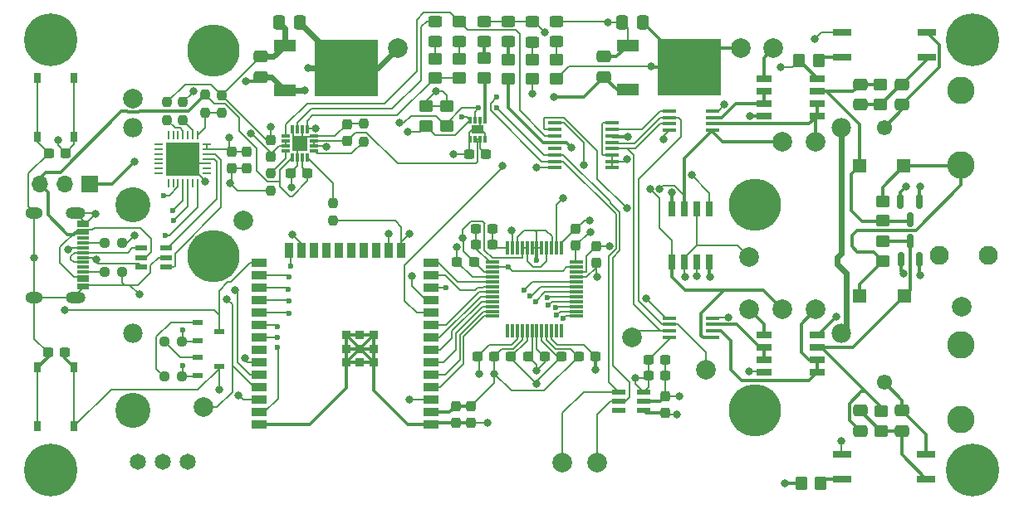
<source format=gbr>
%TF.GenerationSoftware,KiCad,Pcbnew,(6.0.4)*%
%TF.CreationDate,2023-03-24T19:38:28+01:00*%
%TF.ProjectId,test,74657374-2e6b-4696-9361-645f70636258,rev?*%
%TF.SameCoordinates,Original*%
%TF.FileFunction,Copper,L1,Top*%
%TF.FilePolarity,Positive*%
%FSLAX46Y46*%
G04 Gerber Fmt 4.6, Leading zero omitted, Abs format (unit mm)*
G04 Created by KiCad (PCBNEW (6.0.4)) date 2023-03-24 19:38:28*
%MOMM*%
%LPD*%
G01*
G04 APERTURE LIST*
G04 Aperture macros list*
%AMRoundRect*
0 Rectangle with rounded corners*
0 $1 Rounding radius*
0 $2 $3 $4 $5 $6 $7 $8 $9 X,Y pos of 4 corners*
0 Add a 4 corners polygon primitive as box body*
4,1,4,$2,$3,$4,$5,$6,$7,$8,$9,$2,$3,0*
0 Add four circle primitives for the rounded corners*
1,1,$1+$1,$2,$3*
1,1,$1+$1,$4,$5*
1,1,$1+$1,$6,$7*
1,1,$1+$1,$8,$9*
0 Add four rect primitives between the rounded corners*
20,1,$1+$1,$2,$3,$4,$5,0*
20,1,$1+$1,$4,$5,$6,$7,0*
20,1,$1+$1,$6,$7,$8,$9,0*
20,1,$1+$1,$8,$9,$2,$3,0*%
G04 Aperture macros list end*
%TA.AperFunction,ComponentPad*%
%ADD10C,2.000000*%
%TD*%
%TA.AperFunction,SMDPad,CuDef*%
%ADD11RoundRect,0.237500X0.300000X0.237500X-0.300000X0.237500X-0.300000X-0.237500X0.300000X-0.237500X0*%
%TD*%
%TA.AperFunction,SMDPad,CuDef*%
%ADD12RoundRect,0.250000X-0.450000X0.325000X-0.450000X-0.325000X0.450000X-0.325000X0.450000X0.325000X0*%
%TD*%
%TA.AperFunction,SMDPad,CuDef*%
%ADD13RoundRect,0.237500X-0.250000X-0.237500X0.250000X-0.237500X0.250000X0.237500X-0.250000X0.237500X0*%
%TD*%
%TA.AperFunction,SMDPad,CuDef*%
%ADD14RoundRect,0.237500X-0.300000X-0.237500X0.300000X-0.237500X0.300000X0.237500X-0.300000X0.237500X0*%
%TD*%
%TA.AperFunction,SMDPad,CuDef*%
%ADD15R,1.900000X0.750000*%
%TD*%
%TA.AperFunction,SMDPad,CuDef*%
%ADD16RoundRect,0.250000X0.475000X-0.337500X0.475000X0.337500X-0.475000X0.337500X-0.475000X-0.337500X0*%
%TD*%
%TA.AperFunction,SMDPad,CuDef*%
%ADD17R,1.475000X1.400000*%
%TD*%
%TA.AperFunction,ComponentPad*%
%ADD18C,1.650000*%
%TD*%
%TA.AperFunction,ComponentPad*%
%ADD19O,2.000000X1.200000*%
%TD*%
%TA.AperFunction,ComponentPad*%
%ADD20O,1.800000X1.200000*%
%TD*%
%TA.AperFunction,SMDPad,CuDef*%
%ADD21R,1.300000X0.300000*%
%TD*%
%TA.AperFunction,SMDPad,CuDef*%
%ADD22RoundRect,0.237500X-0.237500X0.300000X-0.237500X-0.300000X0.237500X-0.300000X0.237500X0.300000X0*%
%TD*%
%TA.AperFunction,SMDPad,CuDef*%
%ADD23R,2.200000X1.200000*%
%TD*%
%TA.AperFunction,SMDPad,CuDef*%
%ADD24R,6.400000X5.800000*%
%TD*%
%TA.AperFunction,SMDPad,CuDef*%
%ADD25R,0.750000X1.000000*%
%TD*%
%TA.AperFunction,SMDPad,CuDef*%
%ADD26RoundRect,0.250000X0.450000X-0.350000X0.450000X0.350000X-0.450000X0.350000X-0.450000X-0.350000X0*%
%TD*%
%TA.AperFunction,SMDPad,CuDef*%
%ADD27RoundRect,0.237500X-0.237500X0.250000X-0.237500X-0.250000X0.237500X-0.250000X0.237500X0.250000X0*%
%TD*%
%TA.AperFunction,ComponentPad*%
%ADD28C,3.100000*%
%TD*%
%TA.AperFunction,ConnectorPad*%
%ADD29C,5.400000*%
%TD*%
%TA.AperFunction,SMDPad,CuDef*%
%ADD30R,0.300000X0.750000*%
%TD*%
%TA.AperFunction,SMDPad,CuDef*%
%ADD31R,1.300000X0.900000*%
%TD*%
%TA.AperFunction,SMDPad,CuDef*%
%ADD32RoundRect,0.237500X0.237500X-0.300000X0.237500X0.300000X-0.237500X0.300000X-0.237500X-0.300000X0*%
%TD*%
%TA.AperFunction,SMDPad,CuDef*%
%ADD33RoundRect,0.150000X-0.150000X0.587500X-0.150000X-0.587500X0.150000X-0.587500X0.150000X0.587500X0*%
%TD*%
%TA.AperFunction,SMDPad,CuDef*%
%ADD34RoundRect,0.062500X0.337500X0.062500X-0.337500X0.062500X-0.337500X-0.062500X0.337500X-0.062500X0*%
%TD*%
%TA.AperFunction,SMDPad,CuDef*%
%ADD35RoundRect,0.062500X0.062500X0.337500X-0.062500X0.337500X-0.062500X-0.337500X0.062500X-0.337500X0*%
%TD*%
%TA.AperFunction,SMDPad,CuDef*%
%ADD36R,3.350000X3.350000*%
%TD*%
%TA.AperFunction,SMDPad,CuDef*%
%ADD37RoundRect,0.250000X0.337500X0.475000X-0.337500X0.475000X-0.337500X-0.475000X0.337500X-0.475000X0*%
%TD*%
%TA.AperFunction,SMDPad,CuDef*%
%ADD38R,1.425000X0.450000*%
%TD*%
%TA.AperFunction,SMDPad,CuDef*%
%ADD39R,1.500000X0.900000*%
%TD*%
%TA.AperFunction,SMDPad,CuDef*%
%ADD40R,0.900000X1.500000*%
%TD*%
%TA.AperFunction,SMDPad,CuDef*%
%ADD41R,0.900000X0.900000*%
%TD*%
%TA.AperFunction,SMDPad,CuDef*%
%ADD42RoundRect,0.250000X-0.450000X0.350000X-0.450000X-0.350000X0.450000X-0.350000X0.450000X0.350000X0*%
%TD*%
%TA.AperFunction,SMDPad,CuDef*%
%ADD43RoundRect,0.250000X-0.350000X-0.450000X0.350000X-0.450000X0.350000X0.450000X-0.350000X0.450000X0*%
%TD*%
%TA.AperFunction,SMDPad,CuDef*%
%ADD44RoundRect,0.250000X-0.475000X0.337500X-0.475000X-0.337500X0.475000X-0.337500X0.475000X0.337500X0*%
%TD*%
%TA.AperFunction,SMDPad,CuDef*%
%ADD45R,1.500000X0.650000*%
%TD*%
%TA.AperFunction,SMDPad,CuDef*%
%ADD46R,1.475000X0.450000*%
%TD*%
%TA.AperFunction,SMDPad,CuDef*%
%ADD47R,0.300000X1.475000*%
%TD*%
%TA.AperFunction,SMDPad,CuDef*%
%ADD48R,1.475000X0.300000*%
%TD*%
%TA.AperFunction,SMDPad,CuDef*%
%ADD49RoundRect,0.237500X0.250000X0.237500X-0.250000X0.237500X-0.250000X-0.237500X0.250000X-0.237500X0*%
%TD*%
%TA.AperFunction,SMDPad,CuDef*%
%ADD50R,1.200000X0.600000*%
%TD*%
%TA.AperFunction,SMDPad,CuDef*%
%ADD51R,1.100000X0.600000*%
%TD*%
%TA.AperFunction,SMDPad,CuDef*%
%ADD52R,0.850000X0.300000*%
%TD*%
%TA.AperFunction,SMDPad,CuDef*%
%ADD53R,0.300000X0.850000*%
%TD*%
%TA.AperFunction,SMDPad,CuDef*%
%ADD54R,1.650000X1.650000*%
%TD*%
%TA.AperFunction,SMDPad,CuDef*%
%ADD55RoundRect,0.150000X0.150000X-0.587500X0.150000X0.587500X-0.150000X0.587500X-0.150000X-0.587500X0*%
%TD*%
%TA.AperFunction,SMDPad,CuDef*%
%ADD56RoundRect,0.237500X0.237500X-0.250000X0.237500X0.250000X-0.237500X0.250000X-0.237500X-0.250000X0*%
%TD*%
%TA.AperFunction,SMDPad,CuDef*%
%ADD57R,1.400000X0.600000*%
%TD*%
%TA.AperFunction,SMDPad,CuDef*%
%ADD58R,0.650000X1.500000*%
%TD*%
%TA.AperFunction,ComponentPad*%
%ADD59R,1.700000X1.700000*%
%TD*%
%TA.AperFunction,ComponentPad*%
%ADD60O,1.700000X1.700000*%
%TD*%
%TA.AperFunction,ComponentPad*%
%ADD61C,2.800000*%
%TD*%
%TA.AperFunction,ComponentPad*%
%ADD62C,1.550000*%
%TD*%
%TA.AperFunction,ComponentPad*%
%ADD63C,1.980000*%
%TD*%
%TA.AperFunction,ComponentPad*%
%ADD64C,5.325000*%
%TD*%
%TA.AperFunction,ComponentPad*%
%ADD65C,3.585000*%
%TD*%
%TA.AperFunction,ComponentPad*%
%ADD66C,1.950000*%
%TD*%
%TA.AperFunction,ViaPad*%
%ADD67C,0.800000*%
%TD*%
%TA.AperFunction,ViaPad*%
%ADD68C,0.600000*%
%TD*%
%TA.AperFunction,Conductor*%
%ADD69C,0.200000*%
%TD*%
%TA.AperFunction,Conductor*%
%ADD70C,0.600000*%
%TD*%
%TA.AperFunction,Conductor*%
%ADD71C,0.300000*%
%TD*%
G04 APERTURE END LIST*
D10*
%TO.P,TP15,1,1*%
%TO.N,SCLK_SPI*%
X62225000Y-33425000D03*
%TD*%
%TO.P,TP1,1,1*%
%TO.N,/Power Supply/VBat+*%
X11400000Y-9000000D03*
%TD*%
D11*
%TO.P,C6,1*%
%TO.N,IO0*%
X4522500Y-14580000D03*
%TO.P,C6,2*%
%TO.N,GND*%
X2797500Y-14580000D03*
%TD*%
D12*
%TO.P,D1,1,K*%
%TO.N,GND*%
X49650000Y-1125000D03*
%TO.P,D1,2,A*%
%TO.N,Net-(D1-Pad2)*%
X49650000Y-3175000D03*
%TD*%
D13*
%TO.P,R1,1*%
%TO.N,Net-(R1-Pad1)*%
X8467500Y-26750000D03*
%TO.P,R1,2*%
%TO.N,GND*%
X10292500Y-26750000D03*
%TD*%
D14*
%TO.P,C31,1*%
%TO.N,+3.3VA*%
X63922500Y-37285000D03*
%TO.P,C31,2*%
%TO.N,GND*%
X65647500Y-37285000D03*
%TD*%
D15*
%TO.P,K2,1,Anode*%
%TO.N,CH2_AC_Sel*%
X83650000Y-45310000D03*
%TO.P,K2,2,Kathode*%
%TO.N,Net-(K2-Pad2)*%
X83650000Y-47850000D03*
%TO.P,K2,3,SW*%
%TO.N,Net-(C25-Pad1)*%
X92250000Y-47850000D03*
%TO.P,K2,4,SW*%
%TO.N,Net-(C25-Pad2)*%
X92250000Y-45310000D03*
%TD*%
D11*
%TO.P,C5,1*%
%TO.N,+3V3*%
X48230000Y-35350000D03*
%TO.P,C5,2*%
%TO.N,GND*%
X46505000Y-35350000D03*
%TD*%
D16*
%TO.P,C25,1*%
%TO.N,Net-(C25-Pad1)*%
X89780000Y-42947500D03*
%TO.P,C25,2*%
%TO.N,Net-(C25-Pad2)*%
X89780000Y-40872500D03*
%TD*%
D17*
%TO.P,C29,1*%
%TO.N,Net-(C27-Pad1)*%
X89982500Y-29210000D03*
%TO.P,C29,2*%
%TO.N,GNDREF*%
X85457500Y-29210000D03*
%TD*%
D18*
%TO.P,SW3,1,A*%
%TO.N,Net-(C15-Pad1)*%
X16990000Y-46125000D03*
%TO.P,SW3,2,B*%
%TO.N,/Power Supply/VBat+*%
X14450000Y-46125000D03*
%TO.P,SW3,3,C*%
%TO.N,unconnected-(SW3-Pad3)*%
X11910000Y-46125000D03*
%TD*%
D10*
%TO.P,TP2,1,1*%
%TO.N,+3V3*%
X38330000Y-3880000D03*
%TD*%
D19*
%TO.P,U1,0,SHIELD*%
%TO.N,GND*%
X5515748Y-20673863D03*
%TO.P,U1,1,SHIELD*%
X5515748Y-29324105D03*
D20*
%TO.P,U1,2,SHIELD*%
X1315850Y-29324105D03*
%TO.P,U1,3,SHIELD*%
X1315850Y-20673863D03*
D21*
%TO.P,U1,A1,GND*%
X6284100Y-21648971D03*
%TO.P,U1,A4,VBUS*%
%TO.N,+5V*%
X6284100Y-22449073D03*
%TO.P,U1,A5,CC1*%
%TO.N,Net-(R2-Pad1)*%
X6284100Y-23749047D03*
%TO.P,U1,A6,D+*%
%TO.N,Net-(IC1-Pad4)*%
X6284100Y-24749047D03*
%TO.P,U1,A7,D-*%
%TO.N,Net-(IC1-Pad6)*%
X6284100Y-25248920D03*
%TO.P,U1,A8,SBU1*%
%TO.N,unconnected-(U1-PadA8)*%
X6284100Y-26248666D03*
%TO.P,U1,A9,VBUS*%
%TO.N,+5V*%
X6284100Y-27549149D03*
%TO.P,U1,A12,GND*%
%TO.N,GND*%
X6284100Y-28348997D03*
%TO.P,U1,B1,GND*%
X6284100Y-28049022D03*
%TO.P,U1,B4,VBUS*%
%TO.N,+5V*%
X6284100Y-27248920D03*
%TO.P,U1,B5,CC2*%
%TO.N,Net-(R1-Pad1)*%
X6284100Y-26749047D03*
%TO.P,U1,B6,D+*%
%TO.N,Net-(IC1-Pad4)*%
X6284100Y-25749047D03*
%TO.P,U1,B7,D-*%
%TO.N,Net-(IC1-Pad6)*%
X6284100Y-24248920D03*
%TO.P,U1,B8,SBU2*%
%TO.N,unconnected-(U1-PadB8)*%
X6284100Y-23248920D03*
%TO.P,U1,B9,VBUS*%
%TO.N,+5V*%
X6284100Y-22749047D03*
%TO.P,U1,B12,GND*%
%TO.N,GND*%
X6284100Y-21948946D03*
%TD*%
D22*
%TO.P,C8,1*%
%TO.N,+3V3*%
X45860000Y-40400000D03*
%TO.P,C8,2*%
%TO.N,GND*%
X45860000Y-42125000D03*
%TD*%
D23*
%TO.P,U7,1,ADJ/GND*%
%TO.N,GND*%
X61800000Y-3570000D03*
D24*
%TO.P,U7,2,OUT*%
%TO.N,+3.3VA*%
X68100000Y-5850000D03*
D23*
%TO.P,U7,3,IN*%
%TO.N,Net-(C19-Pad1)*%
X61800000Y-8130000D03*
%TD*%
D10*
%TO.P,TP10,1,1*%
%TO.N,Offset_CH2*%
X74200000Y-30570000D03*
%TD*%
%TO.P,TP5,1,1*%
%TO.N,Net-(IC6-Pad2)*%
X80975000Y-13400000D03*
%TD*%
D17*
%TO.P,C28,1*%
%TO.N,Net-(C26-Pad1)*%
X85437500Y-15900000D03*
%TO.P,C28,2*%
%TO.N,GNDREF*%
X89962500Y-15900000D03*
%TD*%
D25*
%TO.P,SW2,A,A*%
%TO.N,GND*%
X1625000Y-12900000D03*
%TO.P,SW2,B,B*%
X1625000Y-6900000D03*
%TO.P,SW2,C,C*%
%TO.N,IO0*%
X5375000Y-12900000D03*
%TO.P,SW2,D,D*%
X5375000Y-6900000D03*
%TD*%
D26*
%TO.P,R17,1*%
%TO.N,SDA*%
X41250000Y-11825000D03*
%TO.P,R17,2*%
%TO.N,+3V3*%
X41250000Y-9825000D03*
%TD*%
D27*
%TO.P,R9,1*%
%TO.N,GND*%
X34872500Y-11582500D03*
%TO.P,R9,2*%
%TO.N,Net-(IC4-Pad1)*%
X34872500Y-13407500D03*
%TD*%
D28*
%TO.P,H4,1*%
%TO.N,N/C*%
X97000000Y-47000000D03*
D29*
X97000000Y-47000000D03*
%TD*%
D22*
%TO.P,C7,1*%
%TO.N,+3V3*%
X44300000Y-40400000D03*
%TO.P,C7,2*%
%TO.N,GND*%
X44300000Y-42125000D03*
%TD*%
D10*
%TO.P,TP7,1,1*%
%TO.N,Analog_Out_CH1*%
X77575000Y-13400000D03*
%TD*%
D30*
%TO.P,IC3,1,CTG*%
%TO.N,GND*%
X45762500Y-13200000D03*
%TO.P,IC3,2,CELL*%
%TO.N,Net-(C15-Pad1)*%
X46262500Y-13200000D03*
%TO.P,IC3,3,VDD*%
X46762500Y-13200000D03*
%TO.P,IC3,4,GND*%
%TO.N,GND*%
X47262500Y-13200000D03*
%TO.P,IC3,5,~{ALRT}*%
%TO.N,/Power Supply/Alarm*%
X47262500Y-11200000D03*
%TO.P,IC3,6,QSTRT*%
%TO.N,GND*%
X46762500Y-11200000D03*
%TO.P,IC3,7,SCL*%
%TO.N,SCL_I2C*%
X46262500Y-11200000D03*
%TO.P,IC3,8,SDA*%
%TO.N,SDA*%
X45762500Y-11200000D03*
D31*
%TO.P,IC3,9,EP_(GND)*%
%TO.N,GND*%
X46512500Y-12200000D03*
%TD*%
D32*
%TO.P,C15,1*%
%TO.N,Net-(C15-Pad1)*%
X33187500Y-13337500D03*
%TO.P,C15,2*%
%TO.N,GND*%
X33187500Y-11612500D03*
%TD*%
D33*
%TO.P,D7,1*%
%TO.N,GND*%
X91525000Y-19487500D03*
%TO.P,D7,2*%
%TO.N,+3.3VA*%
X89625000Y-19487500D03*
%TO.P,D7,3*%
%TO.N,Net-(C26-Pad1)*%
X90575000Y-21362500D03*
%TD*%
D14*
%TO.P,C30,1*%
%TO.N,+3.3VA*%
X63922500Y-35685000D03*
%TO.P,C30,2*%
%TO.N,GND*%
X65647500Y-35685000D03*
%TD*%
D25*
%TO.P,SW1,A,A*%
%TO.N,GND*%
X1625000Y-42500000D03*
%TO.P,SW1,B,B*%
X1625000Y-36500000D03*
%TO.P,SW1,C,C*%
%TO.N,ENABLE*%
X5375000Y-42500000D03*
%TO.P,SW1,D,D*%
X5375000Y-36500000D03*
%TD*%
D14*
%TO.P,C10,1*%
%TO.N,+3.3VA*%
X53345000Y-35370000D03*
%TO.P,C10,2*%
%TO.N,GND*%
X55070000Y-35370000D03*
%TD*%
D10*
%TO.P,TP13,1,1*%
%TO.N,SDA*%
X55175000Y-46200000D03*
%TD*%
D34*
%TO.P,U2,1,~{DCD}*%
%TO.N,unconnected-(U2-Pad1)*%
X18925000Y-16675000D03*
%TO.P,U2,2,~{RI}/CLK*%
%TO.N,unconnected-(U2-Pad2)*%
X18925000Y-16175000D03*
%TO.P,U2,3,GND*%
%TO.N,GND*%
X18925000Y-15675000D03*
%TO.P,U2,4,D+*%
%TO.N,Net-(IC1-Pad3)*%
X18925000Y-15175000D03*
%TO.P,U2,5,D-*%
%TO.N,Net-(IC1-Pad1)*%
X18925000Y-14675000D03*
%TO.P,U2,6,VDD*%
%TO.N,+3V3*%
X18925000Y-14175000D03*
%TO.P,U2,7,VREGIN*%
X18925000Y-13675000D03*
D35*
%TO.P,U2,8,VBUS*%
%TO.N,Net-(R3-Pad2)*%
X17975000Y-12725000D03*
%TO.P,U2,9,~{RST}*%
%TO.N,Net-(R5-Pad2)*%
X17475000Y-12725000D03*
%TO.P,U2,10,NC*%
%TO.N,unconnected-(U2-Pad10)*%
X16975000Y-12725000D03*
%TO.P,U2,11,~{SUSPEND}*%
%TO.N,Net-(R6-Pad1)*%
X16475000Y-12725000D03*
%TO.P,U2,12,SUSPEND*%
%TO.N,unconnected-(U2-Pad12)*%
X15975000Y-12725000D03*
%TO.P,U2,13,CHREN*%
%TO.N,unconnected-(U2-Pad13)*%
X15475000Y-12725000D03*
%TO.P,U2,14,CHR1*%
%TO.N,unconnected-(U2-Pad14)*%
X14975000Y-12725000D03*
D34*
%TO.P,U2,15,CHR0*%
%TO.N,unconnected-(U2-Pad15)*%
X14025000Y-13675000D03*
%TO.P,U2,16,~{WAKEUP}/GPIO.3*%
%TO.N,unconnected-(U2-Pad16)*%
X14025000Y-14175000D03*
%TO.P,U2,17,RS485/GPIO.2*%
%TO.N,unconnected-(U2-Pad17)*%
X14025000Y-14675000D03*
%TO.P,U2,18,~{RXT}/GPIO.1*%
%TO.N,unconnected-(U2-Pad18)*%
X14025000Y-15175000D03*
%TO.P,U2,19,~{TXT}/GPIO.0*%
%TO.N,unconnected-(U2-Pad19)*%
X14025000Y-15675000D03*
%TO.P,U2,20,GPIO.6*%
%TO.N,unconnected-(U2-Pad20)*%
X14025000Y-16175000D03*
%TO.P,U2,21,GPIO.5*%
%TO.N,unconnected-(U2-Pad21)*%
X14025000Y-16675000D03*
D35*
%TO.P,U2,22,GPIO.4*%
%TO.N,unconnected-(U2-Pad22)*%
X14975000Y-17625000D03*
%TO.P,U2,23,~{CTS}*%
%TO.N,unconnected-(U2-Pad23)*%
X15475000Y-17625000D03*
%TO.P,U2,24,~{RTS}*%
%TO.N,/USB and GPIO Expander/RTS*%
X15975000Y-17625000D03*
%TO.P,U2,25,RXD*%
%TO.N,RX*%
X16475000Y-17625000D03*
%TO.P,U2,26,TXD*%
%TO.N,TX*%
X16975000Y-17625000D03*
%TO.P,U2,27,~{DSR}*%
%TO.N,unconnected-(U2-Pad27)*%
X17475000Y-17625000D03*
%TO.P,U2,28,~{DTR}*%
%TO.N,/USB and GPIO Expander/DTR*%
X17975000Y-17625000D03*
D36*
%TO.P,U2,29,GND*%
%TO.N,GND*%
X16475000Y-15175000D03*
%TD*%
D11*
%TO.P,C9,1*%
%TO.N,+3.3VA*%
X51640000Y-35360000D03*
%TO.P,C9,2*%
%TO.N,GND*%
X49915000Y-35360000D03*
%TD*%
D37*
%TO.P,C22,1*%
%TO.N,+3.3VA*%
X63337500Y-1250000D03*
%TO.P,C22,2*%
%TO.N,GND*%
X61262500Y-1250000D03*
%TD*%
D27*
%TO.P,R11,1*%
%TO.N,Net-(IC4-Pad16)*%
X31775000Y-19687500D03*
%TO.P,R11,2*%
%TO.N,GND*%
X31775000Y-21512500D03*
%TD*%
D26*
%TO.P,R24,1*%
%TO.N,Net-(C26-Pad1)*%
X87800000Y-21500000D03*
%TO.P,R24,2*%
%TO.N,GNDREF*%
X87800000Y-19500000D03*
%TD*%
D38*
%TO.P,IC6,1,VOUT*%
%TO.N,Analog_Out_CH1*%
X70472000Y-12255000D03*
%TO.P,IC6,2,CH0*%
%TO.N,Net-(IC6-Pad2)*%
X70472000Y-11605000D03*
%TO.P,IC6,3,VREF*%
%TO.N,Net-(IC6-Pad3)*%
X70472000Y-10955000D03*
%TO.P,IC6,4,VSS*%
%TO.N,GND*%
X70472000Y-10305000D03*
%TO.P,IC6,5,~{CS}*%
%TO.N,CS_Gain_CH1*%
X66048000Y-10305000D03*
%TO.P,IC6,6,SI*%
%TO.N,MOSI*%
X66048000Y-10955000D03*
%TO.P,IC6,7,SCK*%
%TO.N,SCLK_SPI*%
X66048000Y-11605000D03*
%TO.P,IC6,8,VDD*%
%TO.N,+3.3VA*%
X66048000Y-12255000D03*
%TD*%
D39*
%TO.P,U3,1,GND*%
%TO.N,GND*%
X41750000Y-42310000D03*
%TO.P,U3,2,3V3*%
%TO.N,+3V3*%
X41750000Y-41040000D03*
%TO.P,U3,3,EN/CHIP_PU*%
%TO.N,ENABLE*%
X41750000Y-39770000D03*
%TO.P,U3,4,SENSOR_VP/GPIO36/ADC1_CH0*%
%TO.N,/CH2_D0*%
X41750000Y-38500000D03*
%TO.P,U3,5,SENSOR_VN/GPIO39/ADC1_CH3*%
%TO.N,/CH2_D1*%
X41750000Y-37230000D03*
%TO.P,U3,6,GPIO34/ADC1_CH6*%
%TO.N,/CH2_D2*%
X41750000Y-35960000D03*
%TO.P,U3,7,GPIO35/ADC1_CH7*%
%TO.N,/CH2_D3*%
X41750000Y-34690000D03*
%TO.P,U3,8,32K_XP/GPIO32/ADC1_CH4*%
%TO.N,/CH2_D4*%
X41750000Y-33420000D03*
%TO.P,U3,9,32K_XN/GPIO33/ADC1_CH5*%
%TO.N,/CH2_D5*%
X41750000Y-32150000D03*
%TO.P,U3,10,DAC_1/ADC2_CH8/GPIO25*%
%TO.N,Offset_CH1*%
X41750000Y-30880000D03*
%TO.P,U3,11,DAC_2/ADC2_CH9/GPIO26*%
%TO.N,Offset_CH2*%
X41750000Y-29610000D03*
%TO.P,U3,12,ADC2_CH7/GPIO27*%
%TO.N,/I2S_CLK*%
X41750000Y-28340000D03*
%TO.P,U3,13,MTMS/GPIO14/ADC2_CH6*%
%TO.N,/CH2_D6*%
X41750000Y-27070000D03*
%TO.P,U3,14,MTDI/GPIO12/ADC2_CH5*%
%TO.N,/CH2_D7*%
X41750000Y-25800000D03*
D40*
%TO.P,U3,15,GND*%
%TO.N,GND*%
X38720000Y-24550000D03*
%TO.P,U3,16,MTCK/GPIO13/ADC2_CH4*%
%TO.N,Trigger_CH2*%
X37450000Y-24550000D03*
%TO.P,U3,17,NC*%
%TO.N,unconnected-(U3-Pad17)*%
X36180000Y-24550000D03*
%TO.P,U3,18,NC*%
%TO.N,unconnected-(U3-Pad18)*%
X34910000Y-24550000D03*
%TO.P,U3,19,NC*%
%TO.N,unconnected-(U3-Pad19)*%
X33640000Y-24550000D03*
%TO.P,U3,20,NC*%
%TO.N,unconnected-(U3-Pad20)*%
X32370000Y-24550000D03*
%TO.P,U3,21,NC*%
%TO.N,unconnected-(U3-Pad21)*%
X31100000Y-24550000D03*
%TO.P,U3,22,NC*%
%TO.N,unconnected-(U3-Pad22)*%
X29830000Y-24550000D03*
%TO.P,U3,23,MTDO/GPIO15/ADC2_CH3*%
%TO.N,Trigger_CH1*%
X28560000Y-24550000D03*
%TO.P,U3,24,ADC2_CH2/GPIO2*%
%TO.N,/CH1_D7*%
X27290000Y-24550000D03*
D39*
%TO.P,U3,25,GPIO0/BOOT/ADC2_CH1*%
%TO.N,IO0*%
X24250000Y-25800000D03*
%TO.P,U3,26,ADC2_CH0/GPIO4*%
%TO.N,/CH1_D6*%
X24250000Y-27070000D03*
%TO.P,U3,27,GPIO16*%
%TO.N,/CH1_D5*%
X24250000Y-28340000D03*
%TO.P,U3,28,GPIO17*%
%TO.N,/CH1_D4*%
X24250000Y-29610000D03*
%TO.P,U3,29,GPIO5*%
%TO.N,/CH1_D3*%
X24250000Y-30880000D03*
%TO.P,U3,30,GPIO18*%
%TO.N,/CH1_D2*%
X24250000Y-32150000D03*
%TO.P,U3,31,GPIO19*%
%TO.N,/CH1_D1*%
X24250000Y-33420000D03*
%TO.P,U3,32,NC*%
%TO.N,unconnected-(U3-Pad32)*%
X24250000Y-34690000D03*
%TO.P,U3,33,GPIO21*%
%TO.N,SDA*%
X24250000Y-35960000D03*
%TO.P,U3,34,U0RXD/GPIO3*%
%TO.N,RX*%
X24250000Y-37230000D03*
%TO.P,U3,35,U0TXD/GPIO1*%
%TO.N,TX*%
X24250000Y-38500000D03*
%TO.P,U3,36,GPIO22*%
%TO.N,SCL_I2C*%
X24250000Y-39770000D03*
%TO.P,U3,37,GPIO23*%
%TO.N,/CH1_D0*%
X24250000Y-41040000D03*
%TO.P,U3,38,GND*%
%TO.N,GND*%
X24250000Y-42310000D03*
D41*
%TO.P,U3,39,GND_THERMAL*%
X33100000Y-34590000D03*
X34500000Y-34590000D03*
X35900000Y-35990000D03*
X33100000Y-33190000D03*
X35900000Y-34590000D03*
X34500000Y-33190000D03*
X34500000Y-35990000D03*
X35900000Y-33190000D03*
X33100000Y-35990000D03*
%TD*%
D42*
%TO.P,R19,1*%
%TO.N,Net-(D6-Pad2)*%
X54500000Y-5020000D03*
%TO.P,R19,2*%
%TO.N,+3.3VA*%
X54500000Y-7020000D03*
%TD*%
D43*
%TO.P,R20,1*%
%TO.N,GND*%
X79275000Y-5125000D03*
%TO.P,R20,2*%
%TO.N,Net-(K1-Pad2)*%
X81275000Y-5125000D03*
%TD*%
D11*
%TO.P,C16,1*%
%TO.N,Net-(C15-Pad1)*%
X47355000Y-14670000D03*
%TO.P,C16,2*%
%TO.N,GND*%
X45630000Y-14670000D03*
%TD*%
D28*
%TO.P,H1,1*%
%TO.N,N/C*%
X3000000Y-3000000D03*
D29*
X3000000Y-3000000D03*
%TD*%
D11*
%TO.P,C14,1*%
%TO.N,+5V*%
X29182500Y-16610000D03*
%TO.P,C14,2*%
%TO.N,GND*%
X27457500Y-16610000D03*
%TD*%
D42*
%TO.P,R23,1*%
%TO.N,Net-(C27-Pad1)*%
X87640000Y-40960000D03*
%TO.P,R23,2*%
%TO.N,Net-(C25-Pad1)*%
X87640000Y-42960000D03*
%TD*%
D44*
%TO.P,C24,1*%
%TO.N,Net-(C24-Pad1)*%
X89800000Y-7562500D03*
%TO.P,C24,2*%
%TO.N,Net-(C24-Pad2)*%
X89800000Y-9637500D03*
%TD*%
D32*
%TO.P,C3,1*%
%TO.N,+3.3VA*%
X56530000Y-24037500D03*
%TO.P,C3,2*%
%TO.N,GND*%
X56530000Y-22312500D03*
%TD*%
D37*
%TO.P,C21,1*%
%TO.N,+3V3*%
X28367500Y-1280000D03*
%TO.P,C21,2*%
%TO.N,GND*%
X26292500Y-1280000D03*
%TD*%
D10*
%TO.P,TP12,1,1*%
%TO.N,SCL_I2C*%
X58650000Y-46200000D03*
%TD*%
D29*
%TO.P,H2,1*%
%TO.N,N/C*%
X97000000Y-3000000D03*
D28*
X97000000Y-3000000D03*
%TD*%
D12*
%TO.P,D2,1,K*%
%TO.N,Net-(D2-Pad1)*%
X42150000Y-1125000D03*
%TO.P,D2,2,A*%
%TO.N,Net-(D2-Pad2)*%
X42150000Y-3175000D03*
%TD*%
D45*
%TO.P,U8,1*%
%TO.N,Net-(IC6-Pad2)*%
X81100000Y-10805000D03*
%TO.P,U8,2,-*%
X81100000Y-9535000D03*
%TO.P,U8,3,+*%
%TO.N,Net-(C26-Pad1)*%
X81100000Y-8265000D03*
%TO.P,U8,4,V-*%
%TO.N,GND*%
X81100000Y-6995000D03*
%TO.P,U8,5,+*%
%TO.N,Offset_CH1*%
X75700000Y-6995000D03*
%TO.P,U8,6,-*%
%TO.N,Net-(IC6-Pad3)*%
X75700000Y-8265000D03*
%TO.P,U8,7*%
X75700000Y-9535000D03*
%TO.P,U8,8,V+*%
%TO.N,+3.3VA*%
X75700000Y-10805000D03*
%TD*%
D42*
%TO.P,R22,1*%
%TO.N,Net-(C26-Pad1)*%
X87600000Y-7600000D03*
%TO.P,R22,2*%
%TO.N,Net-(C24-Pad1)*%
X87600000Y-9600000D03*
%TD*%
D14*
%TO.P,C11,1*%
%TO.N,+3V3*%
X56785000Y-35360000D03*
%TO.P,C11,2*%
%TO.N,GND*%
X58510000Y-35360000D03*
%TD*%
D38*
%TO.P,IC7,1,VOUT*%
%TO.N,Analog_Out_CH2*%
X70472000Y-33395000D03*
%TO.P,IC7,2,CH0*%
%TO.N,Net-(IC7-Pad2)*%
X70472000Y-32745000D03*
%TO.P,IC7,3,VREF*%
%TO.N,Net-(IC7-Pad3)*%
X70472000Y-32095000D03*
%TO.P,IC7,4,VSS*%
%TO.N,GND*%
X70472000Y-31445000D03*
%TO.P,IC7,5,~{CS}*%
%TO.N,CS_Gain_CH2*%
X66048000Y-31445000D03*
%TO.P,IC7,6,SI*%
%TO.N,MOSI*%
X66048000Y-32095000D03*
%TO.P,IC7,7,SCK*%
%TO.N,SCLK_SPI*%
X66048000Y-32745000D03*
%TO.P,IC7,8,VDD*%
%TO.N,+3.3VA*%
X66048000Y-33395000D03*
%TD*%
D11*
%TO.P,C4,1*%
%TO.N,ENABLE*%
X4412500Y-34930000D03*
%TO.P,C4,2*%
%TO.N,GND*%
X2687500Y-34930000D03*
%TD*%
D42*
%TO.P,R14,1*%
%TO.N,Net-(D4-Pad2)*%
X47150000Y-4920000D03*
%TO.P,R14,2*%
%TO.N,/Power Supply/Alarm*%
X47150000Y-6920000D03*
%TD*%
D16*
%TO.P,C19,1*%
%TO.N,Net-(C19-Pad1)*%
X24430000Y-6817500D03*
%TO.P,C19,2*%
%TO.N,GND*%
X24430000Y-4742500D03*
%TD*%
D42*
%TO.P,R13,1*%
%TO.N,Net-(D3-Pad2)*%
X44600000Y-4950000D03*
%TO.P,R13,2*%
%TO.N,Net-(C17-Pad1)*%
X44600000Y-6950000D03*
%TD*%
D10*
%TO.P,TP6,1,1*%
%TO.N,Net-(IC7-Pad2)*%
X80970000Y-30560000D03*
%TD*%
D11*
%TO.P,C12,1*%
%TO.N,Net-(C12-Pad1)*%
X48050000Y-22350000D03*
%TO.P,C12,2*%
%TO.N,Net-(C12-Pad2)*%
X46325000Y-22350000D03*
%TD*%
D10*
%TO.P,TP8,1,1*%
%TO.N,Analog_Out_CH2*%
X77610000Y-30570000D03*
%TD*%
D45*
%TO.P,U9,1*%
%TO.N,Net-(IC7-Pad2)*%
X81110000Y-36965000D03*
%TO.P,U9,2,-*%
X81110000Y-35695000D03*
%TO.P,U9,3,+*%
%TO.N,Net-(C27-Pad1)*%
X81110000Y-34425000D03*
%TO.P,U9,4,V-*%
%TO.N,GND*%
X81110000Y-33155000D03*
%TO.P,U9,5,+*%
%TO.N,Offset_CH2*%
X75710000Y-33155000D03*
%TO.P,U9,6,-*%
%TO.N,Net-(IC7-Pad3)*%
X75710000Y-34425000D03*
%TO.P,U9,7*%
X75710000Y-35695000D03*
%TO.P,U9,8,V+*%
%TO.N,+3.3VA*%
X75710000Y-36965000D03*
%TD*%
D46*
%TO.P,IC5,1,A0*%
%TO.N,GND*%
X60208000Y-16075000D03*
%TO.P,IC5,2,A1*%
X60208000Y-15425000D03*
%TO.P,IC5,3,A2*%
X60208000Y-14775000D03*
%TO.P,IC5,4,P0*%
%TO.N,SCLK_SPI*%
X60208000Y-14125000D03*
%TO.P,IC5,5,P1*%
%TO.N,MOSI*%
X60208000Y-13475000D03*
%TO.P,IC5,6,P2*%
%TO.N,CH1_AC_Sel*%
X60208000Y-12825000D03*
%TO.P,IC5,7,P3*%
%TO.N,CS_Gain_CH1*%
X60208000Y-12175000D03*
%TO.P,IC5,8,GND*%
%TO.N,GND*%
X60208000Y-11525000D03*
%TO.P,IC5,9,P4*%
%TO.N,CH2_AC_Sel*%
X54332000Y-11525000D03*
%TO.P,IC5,10,P5*%
%TO.N,CS_Gain_CH2*%
X54332000Y-12175000D03*
%TO.P,IC5,11,P6*%
%TO.N,Charging*%
X54332000Y-12825000D03*
%TO.P,IC5,12,P7*%
%TO.N,/USB and GPIO Expander/Status_PWM*%
X54332000Y-13475000D03*
%TO.P,IC5,13,~{INT}*%
%TO.N,unconnected-(IC5-Pad13)*%
X54332000Y-14125000D03*
%TO.P,IC5,14,SCL*%
%TO.N,SCL_I2C*%
X54332000Y-14775000D03*
%TO.P,IC5,15,SDA*%
%TO.N,SDA*%
X54332000Y-15425000D03*
%TO.P,IC5,16,VCC*%
%TO.N,+3V3*%
X54332000Y-16075000D03*
%TD*%
D47*
%TO.P,IC2,1,GND_1*%
%TO.N,GND*%
X55050000Y-24262000D03*
%TO.P,IC2,2,AINA*%
%TO.N,Analog_Out_CH1*%
X54550000Y-24262000D03*
%TO.P,IC2,3,~{AINA}*%
%TO.N,GNDREF*%
X54050000Y-24262000D03*
%TO.P,IC2,4,DFS*%
%TO.N,+3V3*%
X53550000Y-24262000D03*
%TO.P,IC2,5,REFINA*%
%TO.N,GNDREF*%
X53050000Y-24262000D03*
%TO.P,IC2,6,REFOUT*%
X52550000Y-24262000D03*
%TO.P,IC2,7,REFINB*%
X52050000Y-24262000D03*
%TO.P,IC2,8,S1*%
%TO.N,+3V3*%
X51550000Y-24262000D03*
%TO.P,IC2,9,S2*%
X51050000Y-24262000D03*
%TO.P,IC2,10,~{AINB}*%
%TO.N,GNDREF*%
X50550000Y-24262000D03*
%TO.P,IC2,11,AINB*%
%TO.N,Analog_Out_CH2*%
X50050000Y-24262000D03*
%TO.P,IC2,12,GND_2*%
%TO.N,Net-(C12-Pad1)*%
X49550000Y-24262000D03*
D48*
%TO.P,IC2,13,VD_1*%
%TO.N,Net-(C12-Pad2)*%
X48062000Y-25750000D03*
%TO.P,IC2,14,ENCB*%
%TO.N,/I2S_CLK*%
X48062000Y-26250000D03*
%TO.P,IC2,15,VDD_1*%
%TO.N,+3V3*%
X48062000Y-26750000D03*
%TO.P,IC2,16,GND_3*%
%TO.N,GND*%
X48062000Y-27250000D03*
%TO.P,IC2,17,(MSB)_D7B*%
%TO.N,/CH2_D7*%
X48062000Y-27750000D03*
%TO.P,IC2,18,D6B*%
%TO.N,/CH2_D6*%
X48062000Y-28250000D03*
%TO.P,IC2,19,D5B*%
%TO.N,/CH2_D5*%
X48062000Y-28750000D03*
%TO.P,IC2,20,D4B*%
%TO.N,/CH2_D4*%
X48062000Y-29250000D03*
%TO.P,IC2,21,D3B*%
%TO.N,/CH2_D3*%
X48062000Y-29750000D03*
%TO.P,IC2,22,D2B*%
%TO.N,/CH2_D2*%
X48062000Y-30250000D03*
%TO.P,IC2,23,D1B*%
%TO.N,/CH2_D1*%
X48062000Y-30750000D03*
%TO.P,IC2,24,D0B*%
%TO.N,/CH2_D0*%
X48062000Y-31250000D03*
D47*
%TO.P,IC2,25,NC_1*%
%TO.N,unconnected-(IC2-Pad25)*%
X49550000Y-32738000D03*
%TO.P,IC2,26,NC_2*%
%TO.N,unconnected-(IC2-Pad26)*%
X50050000Y-32738000D03*
%TO.P,IC2,27,GND_4*%
%TO.N,GND*%
X50550000Y-32738000D03*
%TO.P,IC2,28,VDD_2*%
%TO.N,+3V3*%
X51050000Y-32738000D03*
%TO.P,IC2,29,GND_5*%
%TO.N,GND*%
X51550000Y-32738000D03*
%TO.P,IC2,30,VD_2*%
%TO.N,+3.3VA*%
X52050000Y-32738000D03*
%TO.P,IC2,31,VD_3*%
X52550000Y-32738000D03*
%TO.P,IC2,32,GND_6*%
%TO.N,GND*%
X53050000Y-32738000D03*
%TO.P,IC2,33,VDD_3*%
%TO.N,+3V3*%
X53550000Y-32738000D03*
%TO.P,IC2,34,GND_7*%
%TO.N,GND*%
X54050000Y-32738000D03*
%TO.P,IC2,35,NC_3*%
%TO.N,unconnected-(IC2-Pad35)*%
X54550000Y-32738000D03*
%TO.P,IC2,36,NC_4*%
%TO.N,unconnected-(IC2-Pad36)*%
X55050000Y-32738000D03*
D48*
%TO.P,IC2,37,D0A*%
%TO.N,/CH1_D0*%
X56538000Y-31250000D03*
%TO.P,IC2,38,D1A*%
%TO.N,/CH1_D1*%
X56538000Y-30750000D03*
%TO.P,IC2,39,D2A*%
%TO.N,/CH1_D2*%
X56538000Y-30250000D03*
%TO.P,IC2,40,D3A*%
%TO.N,/CH1_D3*%
X56538000Y-29750000D03*
%TO.P,IC2,41,D4A*%
%TO.N,/CH1_D4*%
X56538000Y-29250000D03*
%TO.P,IC2,42,D5A*%
%TO.N,/CH1_D5*%
X56538000Y-28750000D03*
%TO.P,IC2,43,D6A*%
%TO.N,/CH1_D6*%
X56538000Y-28250000D03*
%TO.P,IC2,44,D7A_(MSB)*%
%TO.N,/CH1_D7*%
X56538000Y-27750000D03*
%TO.P,IC2,45,GND_8*%
%TO.N,GND*%
X56538000Y-27250000D03*
%TO.P,IC2,46,VDD_4*%
%TO.N,+3V3*%
X56538000Y-26750000D03*
%TO.P,IC2,47,ENCA*%
%TO.N,/I2S_CLK*%
X56538000Y-26250000D03*
%TO.P,IC2,48,VD_4*%
%TO.N,+3.3VA*%
X56538000Y-25750000D03*
%TD*%
D12*
%TO.P,D4,1,K*%
%TO.N,GND*%
X47150000Y-1125000D03*
%TO.P,D4,2,A*%
%TO.N,Net-(D4-Pad2)*%
X47150000Y-3175000D03*
%TD*%
D49*
%TO.P,R8,1*%
%TO.N,/USB and GPIO Expander/DTR*%
X16362500Y-33800000D03*
%TO.P,R8,2*%
%TO.N,Net-(Q1-Pad1)*%
X14537500Y-33800000D03*
%TD*%
D44*
%TO.P,C26,1*%
%TO.N,Net-(C26-Pad1)*%
X85500000Y-7562500D03*
%TO.P,C26,2*%
%TO.N,Net-(C24-Pad1)*%
X85500000Y-9637500D03*
%TD*%
D42*
%TO.P,R7,1*%
%TO.N,Net-(D1-Pad2)*%
X49650000Y-5020000D03*
%TO.P,R7,2*%
%TO.N,/USB and GPIO Expander/Status_PWM*%
X49650000Y-7020000D03*
%TD*%
D10*
%TO.P,TP11,1,1*%
%TO.N,Net-(C32-Pad1)*%
X74200000Y-25200000D03*
%TD*%
D50*
%TO.P,IC1,1,IO1_1*%
%TO.N,Net-(IC1-Pad1)*%
X14750000Y-26200000D03*
%TO.P,IC1,2,GND*%
%TO.N,GND*%
X14750000Y-25250000D03*
%TO.P,IC1,3,IO2_1*%
%TO.N,Net-(IC1-Pad3)*%
X14750000Y-24300000D03*
%TO.P,IC1,4,IO2_2*%
%TO.N,Net-(IC1-Pad4)*%
X12250000Y-24300000D03*
%TO.P,IC1,5,VBUS*%
%TO.N,+5V*%
X12250000Y-25250000D03*
%TO.P,IC1,6,IO1_2*%
%TO.N,Net-(IC1-Pad6)*%
X12250000Y-26200000D03*
%TD*%
D51*
%TO.P,Q2,1*%
%TO.N,Net-(Q2-Pad1)*%
X17950000Y-31850000D03*
%TO.P,Q2,2*%
%TO.N,/USB and GPIO Expander/DTR*%
X17950000Y-33750000D03*
%TO.P,Q2,3*%
%TO.N,IO0*%
X20150000Y-32800000D03*
%TD*%
D52*
%TO.P,IC4,1,TS*%
%TO.N,Net-(IC4-Pad1)*%
X29850000Y-14350000D03*
%TO.P,IC4,2,BAT_1*%
%TO.N,Net-(C15-Pad1)*%
X29850000Y-13850000D03*
%TO.P,IC4,3,BAT_2*%
X29850000Y-13350000D03*
%TO.P,IC4,4,~{CE}*%
%TO.N,GND*%
X29850000Y-12850000D03*
D53*
%TO.P,IC4,5,EN2*%
%TO.N,Net-(C17-Pad1)*%
X29150000Y-12150000D03*
%TO.P,IC4,6,EN1*%
%TO.N,GND*%
X28650000Y-12150000D03*
%TO.P,IC4,7,~{PGOOD}*%
%TO.N,Net-(D2-Pad1)*%
X28150000Y-12150000D03*
%TO.P,IC4,8,VSS*%
%TO.N,GND*%
X27650000Y-12150000D03*
D52*
%TO.P,IC4,9,~{CHG}*%
%TO.N,Charging*%
X26950000Y-12850000D03*
%TO.P,IC4,10,OUT_1*%
%TO.N,Net-(C17-Pad1)*%
X26950000Y-13350000D03*
%TO.P,IC4,11,OUT_2*%
X26950000Y-13850000D03*
%TO.P,IC4,12,ILIM*%
%TO.N,Net-(IC4-Pad12)*%
X26950000Y-14350000D03*
D53*
%TO.P,IC4,13,IN*%
%TO.N,+5V*%
X27650000Y-15050000D03*
%TO.P,IC4,14,TMR*%
%TO.N,GND*%
X28150000Y-15050000D03*
%TO.P,IC4,15,TD*%
%TO.N,+5V*%
X28650000Y-15050000D03*
%TO.P,IC4,16,ISET*%
%TO.N,Net-(IC4-Pad16)*%
X29150000Y-15050000D03*
D54*
%TO.P,IC4,17,GND*%
%TO.N,GND*%
X28400000Y-13600000D03*
%TD*%
D27*
%TO.P,R10,1*%
%TO.N,Net-(IC4-Pad12)*%
X25425000Y-16625000D03*
%TO.P,R10,2*%
%TO.N,GND*%
X25425000Y-18450000D03*
%TD*%
D10*
%TO.P,TP17,1,1*%
%TO.N,RX*%
X22650000Y-21450000D03*
%TD*%
D55*
%TO.P,D8,1*%
%TO.N,GND*%
X89650000Y-25487500D03*
%TO.P,D8,2*%
%TO.N,+3.3VA*%
X91550000Y-25487500D03*
%TO.P,D8,3*%
%TO.N,Net-(C27-Pad1)*%
X90600000Y-23612500D03*
%TD*%
D27*
%TO.P,R5,1*%
%TO.N,+3V3*%
X16450000Y-9387500D03*
%TO.P,R5,2*%
%TO.N,Net-(R5-Pad2)*%
X16450000Y-11212500D03*
%TD*%
D42*
%TO.P,R25,1*%
%TO.N,Net-(C27-Pad1)*%
X87830000Y-23610000D03*
%TO.P,R25,2*%
%TO.N,GNDREF*%
X87830000Y-25610000D03*
%TD*%
D12*
%TO.P,D6,1,K*%
%TO.N,GND*%
X54500000Y-1175000D03*
%TO.P,D6,2,A*%
%TO.N,Net-(D6-Pad2)*%
X54500000Y-3225000D03*
%TD*%
D26*
%TO.P,R16,1*%
%TO.N,SCL_I2C*%
X43330000Y-11815000D03*
%TO.P,R16,2*%
%TO.N,+3V3*%
X43330000Y-9815000D03*
%TD*%
D56*
%TO.P,R6,1*%
%TO.N,Net-(R6-Pad1)*%
X14850000Y-11212500D03*
%TO.P,R6,2*%
%TO.N,GND*%
X14850000Y-9387500D03*
%TD*%
D27*
%TO.P,R4,1*%
%TO.N,GND*%
X20450000Y-8662500D03*
%TO.P,R4,2*%
%TO.N,Net-(R3-Pad2)*%
X20450000Y-10487500D03*
%TD*%
D57*
%TO.P,IC8,1,VOUT*%
%TO.N,Net-(C32-Pad1)*%
X63415000Y-40885000D03*
%TO.P,IC8,2,VSS*%
%TO.N,GND*%
X63415000Y-39935000D03*
%TO.P,IC8,3,VDD*%
%TO.N,+3.3VA*%
X63415000Y-38985000D03*
%TO.P,IC8,4,SDA*%
%TO.N,SDA*%
X60915000Y-38985000D03*
%TO.P,IC8,5,SCL*%
%TO.N,SCL_I2C*%
X60915000Y-39935000D03*
%TO.P,IC8,6,VREF*%
%TO.N,unconnected-(IC8-Pad6)*%
X60915000Y-40885000D03*
%TD*%
D16*
%TO.P,C20,1*%
%TO.N,Net-(C19-Pad1)*%
X59400000Y-6787500D03*
%TO.P,C20,2*%
%TO.N,GND*%
X59400000Y-4712500D03*
%TD*%
D13*
%TO.P,R2,1*%
%TO.N,Net-(R2-Pad1)*%
X8467500Y-23750000D03*
%TO.P,R2,2*%
%TO.N,GND*%
X10292500Y-23750000D03*
%TD*%
D32*
%TO.P,C32,1*%
%TO.N,Net-(C32-Pad1)*%
X65635000Y-41147500D03*
%TO.P,C32,2*%
%TO.N,GND*%
X65635000Y-39422500D03*
%TD*%
D43*
%TO.P,R21,1*%
%TO.N,GND*%
X79490000Y-48290000D03*
%TO.P,R21,2*%
%TO.N,Net-(K2-Pad2)*%
X81490000Y-48290000D03*
%TD*%
D10*
%TO.P,TP16,1,1*%
%TO.N,TX*%
X18525000Y-40525000D03*
%TD*%
%TO.P,TP9,1,1*%
%TO.N,Offset_CH1*%
X76680000Y-3890000D03*
%TD*%
%TO.P,TP3,1,1*%
%TO.N,+3.3VA*%
X73300000Y-3850000D03*
%TD*%
D11*
%TO.P,C13,1*%
%TO.N,+3V3*%
X46137500Y-25675000D03*
%TO.P,C13,2*%
%TO.N,GND*%
X44412500Y-25675000D03*
%TD*%
D58*
%TO.P,U10,1*%
%TO.N,Trigger_CH1*%
X70130000Y-20325000D03*
%TO.P,U10,2,-*%
%TO.N,Net-(C32-Pad1)*%
X68860000Y-20325000D03*
%TO.P,U10,3,+*%
%TO.N,Analog_Out_CH1*%
X67590000Y-20325000D03*
%TO.P,U10,4,V-*%
%TO.N,GND*%
X66320000Y-20325000D03*
%TO.P,U10,5,+*%
%TO.N,Analog_Out_CH2*%
X66320000Y-25725000D03*
%TO.P,U10,6,-*%
%TO.N,Net-(C32-Pad1)*%
X67590000Y-25725000D03*
%TO.P,U10,7*%
%TO.N,Trigger_CH2*%
X68860000Y-25725000D03*
%TO.P,U10,8,V+*%
%TO.N,+3.3VA*%
X70130000Y-25725000D03*
%TD*%
D29*
%TO.P,H3,1*%
%TO.N,N/C*%
X3000000Y-47000000D03*
D28*
X3000000Y-47000000D03*
%TD*%
D22*
%TO.P,C2,1*%
%TO.N,+3V3*%
X58580000Y-24087500D03*
%TO.P,C2,2*%
%TO.N,GND*%
X58580000Y-25812500D03*
%TD*%
D23*
%TO.P,U6,1,ADJ/GND*%
%TO.N,GND*%
X26830000Y-3600000D03*
D24*
%TO.P,U6,2,OUT*%
%TO.N,+3V3*%
X33130000Y-5880000D03*
D23*
%TO.P,U6,3,IN*%
%TO.N,Net-(C19-Pad1)*%
X26830000Y-8160000D03*
%TD*%
D49*
%TO.P,R15,1*%
%TO.N,/USB and GPIO Expander/RTS*%
X16362500Y-37400000D03*
%TO.P,R15,2*%
%TO.N,Net-(Q2-Pad1)*%
X14537500Y-37400000D03*
%TD*%
D22*
%TO.P,C23,1*%
%TO.N,+3V3*%
X22975000Y-14437500D03*
%TO.P,C23,2*%
%TO.N,GND*%
X22975000Y-16162500D03*
%TD*%
D42*
%TO.P,R18,1*%
%TO.N,Net-(D5-Pad2)*%
X52100000Y-5020000D03*
%TO.P,R18,2*%
%TO.N,+3V3*%
X52100000Y-7020000D03*
%TD*%
D12*
%TO.P,D3,1,K*%
%TO.N,Charging*%
X44600000Y-1125000D03*
%TO.P,D3,2,A*%
%TO.N,Net-(D3-Pad2)*%
X44600000Y-3175000D03*
%TD*%
D27*
%TO.P,R3,1*%
%TO.N,+5V*%
X18725000Y-8637500D03*
%TO.P,R3,2*%
%TO.N,Net-(R3-Pad2)*%
X18725000Y-10462500D03*
%TD*%
D42*
%TO.P,R12,1*%
%TO.N,Net-(D2-Pad2)*%
X42150000Y-4925000D03*
%TO.P,R12,2*%
%TO.N,Net-(C17-Pad1)*%
X42150000Y-6925000D03*
%TD*%
D51*
%TO.P,Q1,1*%
%TO.N,Net-(Q1-Pad1)*%
X17950000Y-35450000D03*
%TO.P,Q1,2*%
%TO.N,/USB and GPIO Expander/RTS*%
X17950000Y-37350000D03*
%TO.P,Q1,3*%
%TO.N,ENABLE*%
X20150000Y-36400000D03*
%TD*%
D32*
%TO.P,C17,1*%
%TO.N,Net-(C17-Pad1)*%
X25420000Y-14952500D03*
%TO.P,C17,2*%
%TO.N,GND*%
X25420000Y-13227500D03*
%TD*%
D10*
%TO.P,TP4,1,1*%
%TO.N,GNDREF*%
X95900000Y-30300000D03*
%TD*%
D11*
%TO.P,C18,1*%
%TO.N,Net-(C12-Pad1)*%
X48052500Y-23900000D03*
%TO.P,C18,2*%
%TO.N,Net-(C12-Pad2)*%
X46327500Y-23900000D03*
%TD*%
D22*
%TO.P,C1,1*%
%TO.N,+3V3*%
X21450000Y-14437500D03*
%TO.P,C1,2*%
%TO.N,GND*%
X21450000Y-16162500D03*
%TD*%
D10*
%TO.P,TP14,1,1*%
%TO.N,MOSI*%
X69750000Y-36725000D03*
%TD*%
D15*
%TO.P,K1,1,Anode*%
%TO.N,CH1_AC_Sel*%
X83700000Y-2230000D03*
%TO.P,K1,2,Kathode*%
%TO.N,Net-(K1-Pad2)*%
X83700000Y-4770000D03*
%TO.P,K1,3,SW*%
%TO.N,Net-(C24-Pad1)*%
X92300000Y-4770000D03*
%TO.P,K1,4,SW*%
%TO.N,Net-(C24-Pad2)*%
X92300000Y-2230000D03*
%TD*%
D16*
%TO.P,C27,1*%
%TO.N,Net-(C27-Pad1)*%
X85490000Y-42970000D03*
%TO.P,C27,2*%
%TO.N,Net-(C25-Pad1)*%
X85490000Y-40895000D03*
%TD*%
D12*
%TO.P,D5,1,K*%
%TO.N,GND*%
X52100000Y-1195000D03*
%TO.P,D5,2,A*%
%TO.N,Net-(D5-Pad2)*%
X52100000Y-3245000D03*
%TD*%
D59*
%TO.P,JP1,1,A*%
%TO.N,Net-(C17-Pad1)*%
X6925000Y-17750000D03*
D60*
%TO.P,JP1,2,C*%
%TO.N,Net-(C19-Pad1)*%
X4385000Y-17750000D03*
%TO.P,JP1,3,B*%
%TO.N,+5V*%
X1845000Y-17750000D03*
%TD*%
D61*
%TO.P,J3,1*%
%TO.N,GNDREF*%
X95762500Y-8200000D03*
%TO.P,J3,2*%
X95762500Y-15800000D03*
D62*
%TO.P,J3,3*%
%TO.N,Net-(C24-Pad2)*%
X87962500Y-12000000D03*
%TD*%
D61*
%TO.P,J4,1*%
%TO.N,GNDREF*%
X95762500Y-34200000D03*
%TO.P,J4,2*%
X95762500Y-41800000D03*
D62*
%TO.P,J4,3*%
%TO.N,Net-(C25-Pad2)*%
X87962500Y-38000000D03*
%TD*%
D63*
%TO.P,U5,1,+*%
%TO.N,/Power Supply/VBat+*%
X11380000Y-33000000D03*
%TO.P,U5,2,-*%
%TO.N,GND*%
X83600000Y-33000000D03*
D64*
%TO.P,U5,MH1,MH1*%
%TO.N,unconnected-(U5-PadMH1)*%
X74780000Y-40870000D03*
D65*
%TO.P,U5,MH2,MH2*%
%TO.N,unconnected-(U5-PadMH2)*%
X11380000Y-40870000D03*
D64*
%TO.P,U5,MH3,MH3*%
%TO.N,unconnected-(U5-PadMH3)*%
X19580000Y-25130000D03*
%TD*%
D63*
%TO.P,U4,1,+*%
%TO.N,/Power Supply/VBat+*%
X11400000Y-12000000D03*
%TO.P,U4,2,-*%
%TO.N,GND*%
X83620000Y-12000000D03*
D64*
%TO.P,U4,MH1,MH1*%
%TO.N,unconnected-(U4-PadMH1)*%
X74800000Y-19870000D03*
D65*
%TO.P,U4,MH2,MH2*%
%TO.N,unconnected-(U4-PadMH2)*%
X11400000Y-19870000D03*
D64*
%TO.P,U4,MH3,MH3*%
%TO.N,unconnected-(U4-PadMH3)*%
X19600000Y-4130000D03*
%TD*%
D66*
%TO.P,J1,1,Pin_1*%
%TO.N,/USB and GPIO Expander/Status_PWM*%
X93607000Y-25000000D03*
%TO.P,J1,2,Pin_2*%
%TO.N,unconnected-(J1-Pad2)*%
X98607000Y-25000000D03*
%TD*%
D67*
%TO.N,GND*%
X39550000Y-22850000D03*
X47550000Y-42125000D03*
X25400000Y-11900000D03*
X91600000Y-17975000D03*
X89900000Y-26900000D03*
X72100000Y-31345500D03*
X46650000Y-37175000D03*
X61725000Y-15225000D03*
X58650000Y-27250000D03*
X71662283Y-9662283D03*
X53325000Y-2225000D03*
X67085000Y-39385000D03*
X57950000Y-21450000D03*
X1325000Y-25250000D03*
X77800000Y-48300000D03*
X12000000Y-29000000D03*
X7575000Y-20800000D03*
X44400000Y-24150000D03*
X58500000Y-36750000D03*
X59800000Y-1200000D03*
X66300000Y-18600000D03*
X18700000Y-17500000D03*
X11550000Y-23000000D03*
X21250000Y-17700000D03*
X77425000Y-5825000D03*
X52525000Y-38150000D03*
X44050000Y-14700000D03*
X83100000Y-31300000D03*
X27500000Y-18050000D03*
%TO.N,+3V3*%
X44950000Y-23250000D03*
X29230000Y-5880000D03*
X59950000Y-24100000D03*
X21200000Y-13050000D03*
X17500000Y-8250000D03*
X48225000Y-37125000D03*
X42275000Y-8300000D03*
X52550000Y-16075000D03*
X52100000Y-8500000D03*
D68*
%TO.N,RX*%
X15450000Y-20475000D03*
D67*
X21772875Y-28572875D03*
%TO.N,+3.3VA*%
X70200000Y-27200000D03*
X90175000Y-18025000D03*
X58000000Y-22650000D03*
X91625000Y-27050000D03*
X74200000Y-36900000D03*
X62585000Y-37585000D03*
X52500000Y-36775000D03*
X74300000Y-10800000D03*
X64200000Y-5750000D03*
X65500000Y-13200000D03*
D68*
%TO.N,GNDREF*%
X52550000Y-25575000D03*
%TO.N,/CH1_D0*%
X55250000Y-31500000D03*
X26125000Y-34450000D03*
%TO.N,/CH1_D1*%
X54523200Y-31166883D03*
X26075000Y-33450000D03*
%TO.N,/CH1_D2*%
X26075000Y-32325000D03*
X54457513Y-30370084D03*
%TO.N,/CH1_D3*%
X53688796Y-30150360D03*
X27302832Y-30922168D03*
D67*
%TO.N,CS_Gain_CH2*%
X61700000Y-20200000D03*
X63700000Y-29400000D03*
D68*
%TO.N,/CH1_D4*%
X27250000Y-29700000D03*
X53645667Y-29345667D03*
%TO.N,/CH1_D5*%
X27225000Y-28500000D03*
X52385479Y-29750815D03*
%TO.N,/CH1_D6*%
X51815334Y-29190334D03*
X27250000Y-27200000D03*
%TO.N,/CH1_D7*%
X27475000Y-26125000D03*
X51250000Y-28625000D03*
%TO.N,/I2S_CLK*%
X49650000Y-26250000D03*
X43300000Y-28300000D03*
D67*
%TO.N,CH2_AC_Sel*%
X83600000Y-44000000D03*
X57294622Y-15805378D03*
%TO.N,CH1_AC_Sel*%
X80900000Y-2900000D03*
X61800000Y-12900000D03*
%TO.N,Trigger_CH2*%
X68875000Y-27175000D03*
X37400000Y-22800000D03*
%TO.N,Trigger_CH1*%
X68339500Y-16850000D03*
X27600500Y-22925000D03*
%TO.N,Net-(C32-Pad1)*%
X67675000Y-27275000D03*
X66850000Y-41275000D03*
%TO.N,SCL_I2C*%
X38575000Y-11525000D03*
D68*
X48450000Y-10000000D03*
D67*
X22150000Y-39325000D03*
D68*
X46612511Y-10000000D03*
D67*
%TO.N,SDA*%
X22749500Y-35550000D03*
X39425000Y-12400000D03*
D68*
X48475000Y-8900000D03*
X44886411Y-10861411D03*
D67*
%TO.N,Analog_Out_CH1*%
X55250000Y-19150000D03*
X65074177Y-18224500D03*
D68*
%TO.N,TX*%
X15500000Y-21500000D03*
D67*
X20950000Y-29500000D03*
%TO.N,Analog_Out_CH2*%
X49975000Y-22500000D03*
X64075000Y-18250000D03*
%TO.N,Net-(C17-Pad1)*%
X30025000Y-12100498D03*
X11525000Y-15450000D03*
X23404306Y-12570694D03*
%TO.N,Net-(C15-Pad1)*%
X31100000Y-13950500D03*
%TO.N,Net-(IC1-Pad6)*%
X4750000Y-24400000D03*
X7600000Y-25448547D03*
%TO.N,ENABLE*%
X20150000Y-38725000D03*
X39525000Y-39800000D03*
%TO.N,Net-(C19-Pad1)*%
X28900000Y-8175000D03*
X54250000Y-8875000D03*
X22875872Y-7225872D03*
%TO.N,IO0*%
X4400000Y-30600000D03*
X3700000Y-13300000D03*
%TO.N,Offset_CH1*%
X49050000Y-15850000D03*
%TO.N,Offset_CH2*%
X39800000Y-27150000D03*
%TO.N,/USB and GPIO Expander/Status_PWM*%
X56100000Y-14000000D03*
D68*
%TO.N,/USB and GPIO Expander/RTS*%
X14500000Y-18900000D03*
X16475000Y-36250000D03*
%TO.N,/USB and GPIO Expander/DTR*%
X16475000Y-32650000D03*
X14675000Y-22975000D03*
%TD*%
D69*
%TO.N,GND*%
X10292500Y-26750000D02*
X10292500Y-27840544D01*
X46762500Y-11950000D02*
X46762500Y-11200000D01*
X7448863Y-20673863D02*
X7575000Y-20800000D01*
X57392500Y-21450000D02*
X56530000Y-22312500D01*
X5515748Y-29324105D02*
X1315850Y-29324105D01*
D70*
X84050000Y-32550000D02*
X83600000Y-33000000D01*
D69*
X6726029Y-21648971D02*
X7575000Y-20800000D01*
X47262500Y-12575978D02*
X46886522Y-12200000D01*
X65647500Y-39410000D02*
X65635000Y-39422500D01*
X46886522Y-12200000D02*
X46512500Y-12200000D01*
X60208000Y-11525000D02*
X59270500Y-11525000D01*
X1625000Y-12900000D02*
X1625000Y-13407500D01*
D71*
X2687500Y-34930000D02*
X2687500Y-35437500D01*
D69*
X52100000Y-1195000D02*
X47220000Y-1195000D01*
X59850000Y-1250000D02*
X59800000Y-1200000D01*
X38720000Y-22145000D02*
X38087500Y-21512500D01*
X57589528Y-27250000D02*
X56538000Y-27250000D01*
X13950000Y-25250000D02*
X13149511Y-26050489D01*
X47550000Y-42125000D02*
X45860000Y-42125000D01*
X38720000Y-24550000D02*
X38720000Y-23680000D01*
X27500000Y-16652500D02*
X27457500Y-16610000D01*
X28650000Y-13350000D02*
X28650000Y-12150000D01*
X695489Y-20053502D02*
X695489Y-16682011D01*
D70*
X83200489Y-25227409D02*
X83200489Y-25972591D01*
D69*
X50550000Y-32738000D02*
X50550000Y-33594988D01*
X61262500Y-1250000D02*
X61800000Y-1787500D01*
D71*
X33100000Y-35990000D02*
X35900000Y-35990000D01*
D69*
X16687011Y-7550489D02*
X19337989Y-7550489D01*
X45650000Y-13087500D02*
X45762500Y-13200000D01*
X70571500Y-31345500D02*
X70472000Y-31445000D01*
D71*
X33100000Y-33190000D02*
X33100000Y-35990000D01*
D69*
X58580000Y-25812500D02*
X58580000Y-26259528D01*
X52525000Y-37915000D02*
X55070000Y-35370000D01*
X44050000Y-14700000D02*
X45600000Y-14700000D01*
X27674511Y-12174511D02*
X27650000Y-12150000D01*
X18700000Y-17400000D02*
X16475000Y-15175000D01*
D71*
X29365000Y-42310000D02*
X33100000Y-38575000D01*
D69*
X45630000Y-14670000D02*
X45630000Y-13332500D01*
X47220000Y-1195000D02*
X47150000Y-1125000D01*
X28150000Y-15917500D02*
X27457500Y-16610000D01*
X55050000Y-23792500D02*
X55050000Y-24262000D01*
X52100000Y-1195000D02*
X52295000Y-1195000D01*
X49915000Y-35540000D02*
X49915000Y-35360000D01*
X60208000Y-15425000D02*
X61525000Y-15425000D01*
X38720000Y-24550000D02*
X38720000Y-22145000D01*
X58580000Y-26259528D02*
X57589528Y-27250000D01*
D71*
X81100000Y-6950000D02*
X79275000Y-5125000D01*
X45860000Y-42125000D02*
X44300000Y-42125000D01*
D69*
X28150000Y-13850000D02*
X28150000Y-15050000D01*
X54641960Y-35370000D02*
X55070000Y-35370000D01*
D71*
X65635000Y-39422500D02*
X65122500Y-39935000D01*
D69*
X25400000Y-13207500D02*
X25420000Y-13227500D01*
X695489Y-16682011D02*
X2797500Y-14580000D01*
X51550000Y-32738000D02*
X51550000Y-33725000D01*
X65635000Y-39422500D02*
X67047500Y-39422500D01*
X52295000Y-1195000D02*
X53325000Y-2225000D01*
X38720000Y-23680000D02*
X39550000Y-22850000D01*
X53050000Y-32738000D02*
X53050000Y-33778040D01*
X10292500Y-23750000D02*
X10800000Y-23750000D01*
X45650000Y-12500000D02*
X45650000Y-13087500D01*
X56530000Y-22357500D02*
X56485000Y-22357500D01*
X71662283Y-9662283D02*
X71019566Y-10305000D01*
D71*
X81245000Y-33155000D02*
X83100000Y-31300000D01*
D69*
X25425000Y-18450000D02*
X22000000Y-18450000D01*
X54500000Y-1175000D02*
X59775000Y-1175000D01*
D71*
X35900000Y-34590000D02*
X33100000Y-34590000D01*
D69*
X45950000Y-12200000D02*
X45650000Y-12500000D01*
X57950000Y-21450000D02*
X57392500Y-21450000D01*
X47669040Y-34185960D02*
X46505000Y-35350000D01*
D71*
X39372500Y-42310000D02*
X41750000Y-42310000D01*
D69*
X11900000Y-28049022D02*
X10500978Y-28049022D01*
D71*
X66320000Y-18620000D02*
X66300000Y-18600000D01*
X91525000Y-18050000D02*
X91600000Y-17975000D01*
X41935000Y-42125000D02*
X41750000Y-42310000D01*
D69*
X10800000Y-23750000D02*
X11550000Y-23000000D01*
X1315850Y-33558350D02*
X2687500Y-34930000D01*
X31950000Y-12850000D02*
X29850000Y-12850000D01*
X27674511Y-12874511D02*
X27674511Y-12174511D01*
X25400000Y-11900000D02*
X25400000Y-13207500D01*
X20450000Y-8662500D02*
X24370000Y-4742500D01*
X14750000Y-25250000D02*
X13950000Y-25250000D01*
D71*
X35900000Y-33190000D02*
X33100000Y-33190000D01*
D70*
X83600000Y-12020000D02*
X83600000Y-24827898D01*
D69*
X78575000Y-5825000D02*
X79275000Y-5125000D01*
X1315850Y-25240850D02*
X1325000Y-25250000D01*
X56530000Y-22312500D02*
X56575000Y-22357500D01*
X45630000Y-13332500D02*
X45762500Y-13200000D01*
X6284100Y-21442215D02*
X5515748Y-20673863D01*
D71*
X35900000Y-34590000D02*
X35900000Y-35990000D01*
D69*
X49959028Y-34185960D02*
X47669040Y-34185960D01*
X71019566Y-10305000D02*
X70472000Y-10305000D01*
D71*
X89650000Y-25487500D02*
X89650000Y-26650000D01*
D69*
X44400000Y-24150000D02*
X44400000Y-25662500D01*
X1325000Y-25250000D02*
X1315850Y-25259150D01*
X14850000Y-9387500D02*
X16687011Y-7550489D01*
X61525000Y-15425000D02*
X61725000Y-15225000D01*
D71*
X79490000Y-48290000D02*
X77810000Y-48290000D01*
D69*
X33187500Y-11612500D02*
X31950000Y-12850000D01*
X38087500Y-21512500D02*
X31775000Y-21512500D01*
X57345960Y-34195960D02*
X58510000Y-35360000D01*
X27500000Y-18050000D02*
X27500000Y-16652500D01*
X53050000Y-33778040D02*
X54641960Y-35370000D01*
D71*
X58510000Y-35360000D02*
X58510000Y-36740000D01*
D69*
X60208000Y-14775000D02*
X60208000Y-16075000D01*
D70*
X83200489Y-25972591D02*
X84050000Y-26822102D01*
D69*
X52525000Y-38150000D02*
X52525000Y-37915000D01*
D70*
X25687500Y-4742500D02*
X26830000Y-3600000D01*
D69*
X28400000Y-13600000D02*
X28150000Y-13850000D01*
D71*
X35900000Y-35990000D02*
X35900000Y-38837500D01*
D70*
X24430000Y-4742500D02*
X25687500Y-4742500D01*
D71*
X77810000Y-48290000D02*
X77800000Y-48300000D01*
X35900000Y-33190000D02*
X35900000Y-35990000D01*
D69*
X28400000Y-13600000D02*
X29099511Y-12900489D01*
D71*
X60657500Y-4712500D02*
X61800000Y-3570000D01*
X65122500Y-39935000D02*
X63415000Y-39935000D01*
X33100000Y-33190000D02*
X35900000Y-35990000D01*
X35900000Y-33190000D02*
X33100000Y-35990000D01*
D69*
X12000000Y-29000000D02*
X11049022Y-28049022D01*
X45987500Y-27250000D02*
X48062000Y-27250000D01*
X18700000Y-17500000D02*
X18700000Y-17400000D01*
X18925000Y-15675000D02*
X16975000Y-15675000D01*
X16975000Y-15675000D02*
X16475000Y-15175000D01*
X13149511Y-26050489D02*
X13149511Y-26799511D01*
D71*
X81110000Y-33155000D02*
X81245000Y-33155000D01*
D69*
X1315850Y-20673863D02*
X1315850Y-25240850D01*
X46650000Y-37175000D02*
X46650000Y-35495000D01*
X10349022Y-28049022D02*
X6284100Y-28049022D01*
D70*
X26830000Y-1817500D02*
X26292500Y-1280000D01*
D71*
X89650000Y-26650000D02*
X89900000Y-26900000D01*
D70*
X84050000Y-26822102D02*
X84050000Y-32550000D01*
D69*
X72100000Y-31345500D02*
X70571500Y-31345500D01*
X6284100Y-21648971D02*
X6726029Y-21648971D01*
X54050000Y-33610494D02*
X54635466Y-34195960D01*
X56485000Y-22357500D02*
X55050000Y-23792500D01*
D70*
X83620000Y-12000000D02*
X83600000Y-12020000D01*
D69*
X21450000Y-17500000D02*
X21250000Y-17700000D01*
X28400000Y-13600000D02*
X27674511Y-12874511D01*
D71*
X35900000Y-38837500D02*
X39372500Y-42310000D01*
D69*
X10500978Y-28049022D02*
X10349022Y-28049022D01*
X24370000Y-4742500D02*
X24430000Y-4742500D01*
X28400000Y-13600000D02*
X28650000Y-13350000D01*
X10292500Y-27840544D02*
X10500978Y-28049022D01*
X46512500Y-12200000D02*
X45950000Y-12200000D01*
X77425000Y-5825000D02*
X78575000Y-5825000D01*
X19337989Y-7550489D02*
X20450000Y-8662500D01*
X1625000Y-13407500D02*
X2797500Y-14580000D01*
D71*
X59400000Y-4712500D02*
X60657500Y-4712500D01*
D70*
X83600000Y-24827898D02*
X83200489Y-25227409D01*
D69*
X46512500Y-12200000D02*
X46762500Y-11950000D01*
X50550000Y-33594988D02*
X49959028Y-34185960D01*
X65647500Y-35685000D02*
X65647500Y-39410000D01*
X20450000Y-8662500D02*
X25015000Y-13227500D01*
X47262500Y-13200000D02*
X47262500Y-12575978D01*
X59270500Y-14775000D02*
X60208000Y-14775000D01*
X21450000Y-16162500D02*
X21450000Y-17500000D01*
X59170989Y-14675489D02*
X59270500Y-14775000D01*
X54050000Y-32738000D02*
X54050000Y-33610494D01*
X30049511Y-12850000D02*
X29850000Y-12850000D01*
X59775000Y-1175000D02*
X59800000Y-1200000D01*
X5515748Y-29117349D02*
X6284100Y-28348997D01*
X58580000Y-25812500D02*
X58580000Y-27180000D01*
X45600000Y-14700000D02*
X45630000Y-14670000D01*
X22000000Y-18450000D02*
X21250000Y-17700000D01*
X11049022Y-28049022D02*
X10349022Y-28049022D01*
X29099511Y-12900489D02*
X30100000Y-12900489D01*
D71*
X66320000Y-20325000D02*
X66320000Y-18620000D01*
D69*
X13149511Y-26799511D02*
X11900000Y-28049022D01*
X1625000Y-12900000D02*
X1625000Y-6900000D01*
X5515748Y-20673863D02*
X7448863Y-20673863D01*
X52525000Y-38150000D02*
X49915000Y-35540000D01*
D71*
X44300000Y-42125000D02*
X41935000Y-42125000D01*
D69*
X1315850Y-25259150D02*
X1315850Y-29324105D01*
X33217500Y-11582500D02*
X33187500Y-11612500D01*
D71*
X2687500Y-35437500D02*
X1625000Y-36500000D01*
D69*
X1315850Y-20673863D02*
X695489Y-20053502D01*
D71*
X24250000Y-42310000D02*
X29365000Y-42310000D01*
D69*
X5515748Y-29324105D02*
X5515748Y-29117349D01*
X51550000Y-33725000D02*
X49915000Y-35360000D01*
X1625000Y-36500000D02*
X1625000Y-42500000D01*
X34872500Y-11582500D02*
X33217500Y-11582500D01*
X44412500Y-25675000D02*
X45987500Y-27250000D01*
X22975000Y-16162500D02*
X21450000Y-16162500D01*
X6284100Y-21648971D02*
X6284100Y-21442215D01*
X1315850Y-29324105D02*
X1315850Y-33558350D01*
X44400000Y-25662500D02*
X44412500Y-25675000D01*
D70*
X26830000Y-3600000D02*
X26830000Y-1817500D01*
D69*
X61262500Y-1250000D02*
X59850000Y-1250000D01*
X28150000Y-15050000D02*
X28150000Y-15917500D01*
D71*
X58510000Y-36740000D02*
X58500000Y-36750000D01*
X81100000Y-6995000D02*
X81100000Y-6950000D01*
D69*
X25015000Y-13227500D02*
X25420000Y-13227500D01*
X54635466Y-34195960D02*
X57345960Y-34195960D01*
X58580000Y-27180000D02*
X58650000Y-27250000D01*
X30100000Y-12900489D02*
X30049511Y-12850000D01*
X46650000Y-35495000D02*
X46505000Y-35350000D01*
X61800000Y-1787500D02*
X61800000Y-3570000D01*
X59270500Y-11525000D02*
X59170989Y-11624511D01*
X59170989Y-11624511D02*
X59170989Y-14675489D01*
D71*
X91525000Y-19487500D02*
X91525000Y-18050000D01*
X33100000Y-38575000D02*
X33100000Y-35990000D01*
%TO.N,Net-(C24-Pad1)*%
X89637500Y-7562500D02*
X87600000Y-9600000D01*
X92300000Y-5062500D02*
X89800000Y-7562500D01*
X85537500Y-9600000D02*
X85500000Y-9637500D01*
X87600000Y-9600000D02*
X85537500Y-9600000D01*
X92300000Y-4770000D02*
X92300000Y-5062500D01*
X89800000Y-7562500D02*
X89637500Y-7562500D01*
D69*
%TO.N,+5V*%
X26350000Y-18000000D02*
X26350000Y-17500000D01*
D71*
X2695000Y-18600000D02*
X2695000Y-20873787D01*
X5336442Y-22873587D02*
X5460982Y-22749047D01*
X10209345Y-10300000D02*
X3958856Y-16550489D01*
X1845000Y-17750000D02*
X2695000Y-18600000D01*
D69*
X24000000Y-14075000D02*
X23170205Y-13245205D01*
X7233611Y-22398457D02*
X7432068Y-22200000D01*
X26350000Y-16350000D02*
X26350000Y-17500000D01*
X7432068Y-22200000D02*
X12100000Y-22200000D01*
X27600000Y-19000000D02*
X27350000Y-19000000D01*
X1845000Y-17205000D02*
X1845000Y-17750000D01*
X20759460Y-9550000D02*
X19637500Y-9550000D01*
X13217497Y-23317497D02*
X13217497Y-24657503D01*
X29182500Y-17417500D02*
X27600000Y-19000000D01*
X5690245Y-22449073D02*
X6284100Y-22449073D01*
X29182500Y-16610000D02*
X29182500Y-17417500D01*
D71*
X5460982Y-22749047D02*
X6284100Y-22749047D01*
D69*
X5334589Y-27198558D02*
X3950000Y-25813969D01*
X23170205Y-13245205D02*
X23124913Y-13245205D01*
X6634690Y-22398457D02*
X7233611Y-22398457D01*
X6284100Y-27549149D02*
X5933509Y-27198558D01*
D71*
X18725000Y-8637500D02*
X17062500Y-10300000D01*
D69*
X3950000Y-25813969D02*
X3950000Y-24189318D01*
D71*
X10791502Y-10300000D02*
X10209345Y-10300000D01*
D69*
X6284100Y-22749047D02*
X6634690Y-22398457D01*
X22200000Y-12320292D02*
X22200000Y-10990540D01*
D71*
X2695000Y-20873787D02*
X4694800Y-22873587D01*
X10841013Y-10349511D02*
X10791502Y-10300000D01*
D69*
X19637500Y-9550000D02*
X18725000Y-8637500D01*
X3950000Y-24189318D02*
X5690245Y-22449073D01*
D71*
X3958856Y-16550489D02*
X2499511Y-16550489D01*
X4694800Y-22873587D02*
X5336442Y-22873587D01*
D69*
X12625000Y-25250000D02*
X12250000Y-25250000D01*
X26350000Y-17500000D02*
X25088395Y-17500000D01*
X5933509Y-27198558D02*
X5334589Y-27198558D01*
D71*
X2499511Y-16550489D02*
X1900000Y-17150000D01*
D69*
X27650000Y-15050000D02*
X26350000Y-16350000D01*
X24000000Y-16411605D02*
X24000000Y-14075000D01*
D71*
X11958987Y-10349511D02*
X10841013Y-10349511D01*
D69*
X22200000Y-10990540D02*
X20759460Y-9550000D01*
X28650000Y-16077500D02*
X29182500Y-16610000D01*
X13217497Y-24657503D02*
X12625000Y-25250000D01*
X25088395Y-17500000D02*
X24000000Y-16411605D01*
D71*
X17062500Y-10300000D02*
X12008498Y-10300000D01*
D69*
X27350000Y-19000000D02*
X26350000Y-18000000D01*
X23124913Y-13245205D02*
X22200000Y-12320292D01*
D71*
X12008498Y-10300000D02*
X11958987Y-10349511D01*
D69*
X28650000Y-15050000D02*
X28650000Y-16077500D01*
X1900000Y-17150000D02*
X1845000Y-17205000D01*
X12100000Y-22200000D02*
X13217497Y-23317497D01*
%TO.N,+3V3*%
X47215480Y-24515480D02*
X48000000Y-25300000D01*
X53550000Y-32738000D02*
X53550000Y-33675500D01*
X52974520Y-26225480D02*
X52175480Y-26225480D01*
X44950000Y-23250000D02*
X44950000Y-22428040D01*
X48994520Y-34585480D02*
X48230000Y-35350000D01*
X51050000Y-32738000D02*
X51050000Y-33659994D01*
X47212980Y-21890060D02*
X47212980Y-24297500D01*
X44950000Y-22428040D02*
X45802560Y-21575480D01*
X59950000Y-24100000D02*
X58592500Y-24100000D01*
X51050000Y-33659994D02*
X50124514Y-34585480D01*
X50124514Y-34585480D02*
X48994520Y-34585480D01*
X46137500Y-25675000D02*
X47212500Y-26750000D01*
X21200000Y-13050000D02*
X21200000Y-14187500D01*
D71*
X44300000Y-40400000D02*
X43660000Y-41040000D01*
D69*
X51550000Y-25600000D02*
X51550000Y-24262000D01*
D70*
X28367500Y-1280000D02*
X32967500Y-5880000D01*
D69*
X51550000Y-24262000D02*
X51050000Y-24262000D01*
X52550000Y-16075000D02*
X54332000Y-16075000D01*
X41250000Y-9325000D02*
X42275000Y-8300000D01*
D71*
X43660000Y-41040000D02*
X41750000Y-41040000D01*
X45860000Y-40400000D02*
X44300000Y-40400000D01*
D69*
X56020480Y-34595480D02*
X56785000Y-35360000D01*
D70*
X33130000Y-5880000D02*
X36330000Y-5880000D01*
X33130000Y-5880000D02*
X29230000Y-5880000D01*
D69*
X45099511Y-24637011D02*
X46137500Y-25675000D01*
X42900000Y-8300000D02*
X42275000Y-8300000D01*
X41250000Y-9825000D02*
X41250000Y-9325000D01*
X49949511Y-38849511D02*
X53295489Y-38849511D01*
X53550000Y-33675500D02*
X54469980Y-34595480D01*
X53550000Y-25650000D02*
X52974520Y-26225480D01*
X47212980Y-24297500D02*
X47215480Y-24300000D01*
X48225000Y-37125000D02*
X48225000Y-38035000D01*
X48225000Y-35355000D02*
X48230000Y-35350000D01*
X21200000Y-14187500D02*
X21450000Y-14437500D01*
X18925000Y-13675000D02*
X18925000Y-14175000D01*
X48225000Y-37125000D02*
X48225000Y-35355000D01*
X45099511Y-23399511D02*
X45099511Y-24637011D01*
X46975480Y-21575480D02*
X47251520Y-21851520D01*
X51050000Y-25248522D02*
X51050000Y-24262000D01*
X47251520Y-21851520D02*
X47212980Y-21890060D01*
X47212500Y-26750000D02*
X48062000Y-26750000D01*
X22975000Y-14437500D02*
X21450000Y-14437500D01*
X18925000Y-14175000D02*
X21187500Y-14175000D01*
X48225000Y-38035000D02*
X45860000Y-40400000D01*
D70*
X36330000Y-5880000D02*
X38330000Y-3880000D01*
D69*
X53550000Y-24262000D02*
X53550000Y-25650000D01*
D70*
X32967500Y-5880000D02*
X33130000Y-5880000D01*
D69*
X21187500Y-14175000D02*
X21450000Y-14437500D01*
X53295489Y-38849511D02*
X56785000Y-35360000D01*
X43330000Y-9815000D02*
X41260000Y-9815000D01*
X17500000Y-8337500D02*
X16450000Y-9387500D01*
X57575011Y-25092489D02*
X57575011Y-26699511D01*
X44950000Y-23250000D02*
X45099511Y-23399511D01*
X48225000Y-37125000D02*
X49949511Y-38849511D01*
X54469980Y-34595480D02*
X56020480Y-34595480D01*
X52175480Y-26225480D02*
X51550000Y-25600000D01*
X57524522Y-26750000D02*
X56538000Y-26750000D01*
X41260000Y-9815000D02*
X41250000Y-9825000D01*
X43330000Y-9815000D02*
X43330000Y-8730000D01*
X57575011Y-26699511D02*
X57524522Y-26750000D01*
X45802560Y-21575480D02*
X46975480Y-21575480D01*
X50998522Y-25300000D02*
X51050000Y-25248522D01*
X48000000Y-25300000D02*
X50998522Y-25300000D01*
X58592500Y-24100000D02*
X58580000Y-24087500D01*
X47215480Y-24300000D02*
X47215480Y-24515480D01*
X17500000Y-8250000D02*
X17500000Y-8337500D01*
X58580000Y-24087500D02*
X57575011Y-25092489D01*
X43330000Y-8730000D02*
X42900000Y-8300000D01*
X52100000Y-7020000D02*
X52100000Y-8500000D01*
%TO.N,RX*%
X21772875Y-28572875D02*
X22050000Y-28850000D01*
X22050000Y-28850000D02*
X22050000Y-35980000D01*
X22050000Y-35980000D02*
X23300000Y-37230000D01*
X23300000Y-37230000D02*
X24250000Y-37230000D01*
X15450000Y-20475000D02*
X16475000Y-19450000D01*
X16475000Y-19450000D02*
X16475000Y-17625000D01*
%TO.N,+3.3VA*%
X56530000Y-25742000D02*
X56530000Y-24037500D01*
X65500000Y-13200000D02*
X65500000Y-12803000D01*
X56530000Y-24037500D02*
X57917500Y-22650000D01*
X56538000Y-25750000D02*
X56530000Y-25742000D01*
X52550000Y-34575000D02*
X53345000Y-35370000D01*
X52050000Y-32738000D02*
X52050000Y-34950000D01*
X63922500Y-37285000D02*
X63922500Y-35685000D01*
X62585000Y-38155000D02*
X63415000Y-38985000D01*
D71*
X89625000Y-19487500D02*
X89625000Y-18575000D01*
X64300000Y-5850000D02*
X64200000Y-5750000D01*
D69*
X52050000Y-34950000D02*
X51640000Y-35360000D01*
X62585000Y-37585000D02*
X63622500Y-37585000D01*
X53345000Y-35370000D02*
X53345000Y-35930000D01*
X66048000Y-33559500D02*
X63922500Y-35685000D01*
D71*
X89625000Y-18575000D02*
X90175000Y-18025000D01*
D69*
X74200000Y-36900000D02*
X75645000Y-36900000D01*
X53345000Y-35930000D02*
X52500000Y-36775000D01*
D71*
X70130000Y-27130000D02*
X70200000Y-27200000D01*
X74305000Y-10805000D02*
X74300000Y-10800000D01*
D69*
X57917500Y-22650000D02*
X58000000Y-22650000D01*
D71*
X91550000Y-25487500D02*
X91550000Y-26975000D01*
D69*
X52500000Y-36220000D02*
X51640000Y-35360000D01*
D71*
X67937500Y-5850000D02*
X68100000Y-5850000D01*
D69*
X75645000Y-36900000D02*
X75710000Y-36965000D01*
X55770000Y-5750000D02*
X64200000Y-5750000D01*
D71*
X68100000Y-5850000D02*
X64300000Y-5850000D01*
X63337500Y-1250000D02*
X67937500Y-5850000D01*
D69*
X62585000Y-37585000D02*
X62585000Y-38155000D01*
D71*
X73300000Y-3850000D02*
X70100000Y-3850000D01*
X91550000Y-26975000D02*
X91625000Y-27050000D01*
X70130000Y-25725000D02*
X70130000Y-27130000D01*
D69*
X63922500Y-37285000D02*
X63922500Y-38477500D01*
X66048000Y-33395000D02*
X66048000Y-33559500D01*
D71*
X75700000Y-10805000D02*
X74305000Y-10805000D01*
X70100000Y-3850000D02*
X68100000Y-5850000D01*
D69*
X54500000Y-7020000D02*
X55770000Y-5750000D01*
X52500000Y-36775000D02*
X52500000Y-36220000D01*
X65500000Y-12803000D02*
X66048000Y-12255000D01*
X63622500Y-37585000D02*
X63922500Y-37285000D01*
X63922500Y-38477500D02*
X63415000Y-38985000D01*
X52550000Y-32738000D02*
X52550000Y-34575000D01*
D71*
%TO.N,GNDREF*%
X95662500Y-15900000D02*
X95762500Y-15800000D01*
X87830000Y-25610000D02*
X85457500Y-27982500D01*
X87830000Y-25610000D02*
X86910480Y-24690480D01*
D69*
X50550000Y-24262000D02*
X50550000Y-23200000D01*
D71*
X87800000Y-18062500D02*
X89962500Y-15900000D01*
D69*
X52550000Y-22675000D02*
X52350000Y-22475000D01*
D71*
X85192631Y-22449520D02*
X91175480Y-22449520D01*
X85202631Y-24690480D02*
X84650480Y-24138329D01*
X86910480Y-24690480D02*
X85202631Y-24690480D01*
D69*
X53050000Y-24262000D02*
X52050000Y-24262000D01*
X54100489Y-23100489D02*
X54100489Y-23775000D01*
X52550000Y-24262000D02*
X52550000Y-22675000D01*
X51275000Y-22475000D02*
X52350000Y-22475000D01*
X52350000Y-22475000D02*
X53475000Y-22475000D01*
D71*
X91175480Y-22449520D02*
X95762500Y-17862500D01*
X89962500Y-15900000D02*
X95662500Y-15900000D01*
D69*
X50550000Y-23200000D02*
X51275000Y-22475000D01*
X53475000Y-22475000D02*
X54100489Y-23100489D01*
D71*
X95762500Y-17862500D02*
X95762500Y-15800000D01*
X84650480Y-22991671D02*
X85192631Y-22449520D01*
X52550000Y-25575000D02*
X52550000Y-24262000D01*
X85457500Y-27982500D02*
X85457500Y-29210000D01*
X87800000Y-19500000D02*
X87800000Y-18062500D01*
X84650480Y-24138329D02*
X84650480Y-22991671D01*
%TO.N,Net-(C26-Pad1)*%
X84625000Y-20450000D02*
X85700000Y-21525000D01*
X85537500Y-7600000D02*
X85500000Y-7562500D01*
X87600000Y-7600000D02*
X85537500Y-7600000D01*
X84797500Y-8265000D02*
X81100000Y-8265000D01*
X82065000Y-8265000D02*
X81100000Y-8265000D01*
X85437500Y-15900000D02*
X85437500Y-11637500D01*
X85437500Y-11637500D02*
X82065000Y-8265000D01*
X84625000Y-16712500D02*
X84625000Y-20450000D01*
X85437500Y-15900000D02*
X84625000Y-16712500D01*
X85500000Y-7562500D02*
X84797500Y-8265000D01*
X85700000Y-21525000D02*
X90412500Y-21525000D01*
X90412500Y-21525000D02*
X90575000Y-21362500D01*
D69*
%TO.N,Charging*%
X50399520Y-1999520D02*
X50800000Y-2400000D01*
X53394500Y-12825000D02*
X50800000Y-10230500D01*
X36975000Y-9525000D02*
X29100978Y-9525000D01*
X43725480Y-250480D02*
X40999520Y-250480D01*
X26950000Y-11675978D02*
X26950000Y-12850000D01*
X54332000Y-12825000D02*
X53394500Y-12825000D01*
X40300000Y-6200000D02*
X36975000Y-9525000D01*
X44600000Y-1125000D02*
X43725480Y-250480D01*
X40300000Y-950000D02*
X40300000Y-6200000D01*
X50800000Y-10230500D02*
X50800000Y-2400000D01*
X40999520Y-250480D02*
X40300000Y-950000D01*
X29100978Y-9525000D02*
X26950000Y-11675978D01*
X44600000Y-1125000D02*
X45474520Y-1999520D01*
X45474520Y-1999520D02*
X50399520Y-1999520D01*
D71*
%TO.N,Net-(D4-Pad2)*%
X47150000Y-3175000D02*
X47150000Y-4920000D01*
D69*
%TO.N,Net-(D5-Pad2)*%
X52100000Y-3245000D02*
X52100000Y-5020000D01*
%TO.N,Net-(D6-Pad2)*%
X54500000Y-3225000D02*
X54500000Y-5020000D01*
%TO.N,/CH1_D0*%
X26150000Y-39669022D02*
X24779022Y-41040000D01*
X24779022Y-41040000D02*
X24250000Y-41040000D01*
X26150000Y-34475000D02*
X26150000Y-39669022D01*
X26125000Y-34450000D02*
X26150000Y-34475000D01*
X55500000Y-31250000D02*
X56538000Y-31250000D01*
X55250000Y-31500000D02*
X55500000Y-31250000D01*
%TO.N,/CH1_D1*%
X24280000Y-33450000D02*
X24250000Y-33420000D01*
X54523200Y-31166883D02*
X54940083Y-30750000D01*
X26075000Y-33450000D02*
X24280000Y-33450000D01*
X54940083Y-30750000D02*
X56538000Y-30750000D01*
%TO.N,Net-(R1-Pad1)*%
X8467500Y-26750000D02*
X8466547Y-26749047D01*
X8466547Y-26749047D02*
X6284100Y-26749047D01*
%TO.N,/CH1_D2*%
X56538000Y-30250000D02*
X54577597Y-30250000D01*
X25900000Y-32150000D02*
X24250000Y-32150000D01*
X26075000Y-32325000D02*
X25900000Y-32150000D01*
X54577597Y-30250000D02*
X54457513Y-30370084D01*
%TO.N,Net-(R2-Pad1)*%
X8466547Y-23749047D02*
X6284100Y-23749047D01*
X8467500Y-23750000D02*
X8466547Y-23749047D01*
%TO.N,/CH1_D3*%
X56538000Y-29750000D02*
X54089156Y-29750000D01*
X27260664Y-30880000D02*
X24250000Y-30880000D01*
X27302832Y-30922168D02*
X27260664Y-30880000D01*
X54089156Y-29750000D02*
X53688796Y-30150360D01*
D71*
%TO.N,Net-(C24-Pad2)*%
X93599511Y-5837989D02*
X89800000Y-9637500D01*
X89800000Y-10162500D02*
X87962500Y-12000000D01*
X93599511Y-3529511D02*
X93599511Y-5837989D01*
X89800000Y-9637500D02*
X89800000Y-10162500D01*
X92300000Y-2230000D02*
X93599511Y-3529511D01*
D69*
%TO.N,CS_Gain_CH2*%
X58700000Y-17200000D02*
X61700000Y-20200000D01*
X54332000Y-12175000D02*
X53394500Y-12175000D01*
X65745000Y-31445000D02*
X66048000Y-31445000D01*
X63700000Y-29400000D02*
X65745000Y-31445000D01*
X53294989Y-12075489D02*
X53294989Y-11000489D01*
X53294989Y-11000489D02*
X55309995Y-11000489D01*
X53394500Y-12175000D02*
X53294989Y-12075489D01*
X58700000Y-14390494D02*
X58700000Y-17200000D01*
X55309995Y-11000489D02*
X58700000Y-14390494D01*
%TO.N,CS_Gain_CH1*%
X63225000Y-12175000D02*
X60208000Y-12175000D01*
X66048000Y-10305000D02*
X65095000Y-10305000D01*
X65095000Y-10305000D02*
X63225000Y-12175000D01*
%TO.N,/CH1_D4*%
X53741334Y-29250000D02*
X53645667Y-29345667D01*
X56538000Y-29250000D02*
X53741334Y-29250000D01*
X27250000Y-29700000D02*
X27160000Y-29610000D01*
X27160000Y-29610000D02*
X24250000Y-29610000D01*
%TO.N,/CH1_D5*%
X27065000Y-28340000D02*
X24250000Y-28340000D01*
X56534156Y-28746156D02*
X56538000Y-28750000D01*
X53390138Y-28746156D02*
X56534156Y-28746156D01*
X27225000Y-28500000D02*
X27065000Y-28340000D01*
X52385479Y-29750815D02*
X53390138Y-28746156D01*
D71*
%TO.N,Net-(D1-Pad2)*%
X49650000Y-3245000D02*
X49650000Y-5020000D01*
D69*
%TO.N,Net-(D2-Pad2)*%
X42150000Y-3175000D02*
X42150000Y-4925000D01*
%TO.N,/CH1_D6*%
X27250000Y-27200000D02*
X27120000Y-27070000D01*
X52952162Y-28250000D02*
X56538000Y-28250000D01*
X51815334Y-29190334D02*
X51827162Y-29202162D01*
X27120000Y-27070000D02*
X24250000Y-27070000D01*
X51827162Y-29202162D02*
X52000000Y-29202162D01*
X52000000Y-29202162D02*
X52952162Y-28250000D01*
%TO.N,/CH1_D7*%
X27475000Y-24735000D02*
X27290000Y-24550000D01*
X51250000Y-28625000D02*
X52125000Y-27750000D01*
X27475000Y-26125000D02*
X27475000Y-24735000D01*
X52125000Y-27750000D02*
X56538000Y-27750000D01*
%TO.N,/I2S_CLK*%
X55551478Y-26250000D02*
X55176478Y-26625000D01*
X56538000Y-26250000D02*
X55551478Y-26250000D01*
X48062000Y-26250000D02*
X49650000Y-26250000D01*
X43300000Y-28300000D02*
X41790000Y-28300000D01*
X50025000Y-26625000D02*
X49650000Y-26250000D01*
X55176478Y-26625000D02*
X50025000Y-26625000D01*
X41790000Y-28300000D02*
X41750000Y-28340000D01*
%TO.N,/CH2_D0*%
X47140484Y-31250000D02*
X45100000Y-33290484D01*
X45100000Y-36100000D02*
X42700000Y-38500000D01*
X42700000Y-38500000D02*
X41750000Y-38500000D01*
X48062000Y-31250000D02*
X47140484Y-31250000D01*
X45100000Y-33290484D02*
X45100000Y-36100000D01*
%TO.N,Net-(D3-Pad2)*%
X44600000Y-4950000D02*
X44600000Y-3175000D01*
%TO.N,CH2_AC_Sel*%
X83600000Y-45260000D02*
X83650000Y-45310000D01*
X83600000Y-44000000D02*
X83600000Y-45260000D01*
X57294622Y-13550122D02*
X57294622Y-15805378D01*
X54332000Y-11525000D02*
X55269500Y-11525000D01*
X55269500Y-11525000D02*
X57294622Y-13550122D01*
%TO.N,/CH2_D1*%
X47075478Y-30750000D02*
X48062000Y-30750000D01*
X44700480Y-35714526D02*
X44700480Y-33124998D01*
X43185006Y-37230000D02*
X44700480Y-35714526D01*
X41750000Y-37230000D02*
X43185006Y-37230000D01*
X44700480Y-33124998D02*
X47075478Y-30750000D01*
%TO.N,/CH2_D2*%
X47010472Y-30250000D02*
X48062000Y-30250000D01*
X41750000Y-35960000D02*
X42990000Y-35960000D01*
X44300961Y-34649039D02*
X44300961Y-32959511D01*
X42990000Y-35960000D02*
X44300961Y-34649039D01*
X44300961Y-32959511D02*
X47010472Y-30250000D01*
%TO.N,/CH2_D3*%
X41750000Y-34690000D02*
X42710000Y-34690000D01*
X43901441Y-33498559D02*
X43901441Y-32748559D01*
X46900000Y-29750000D02*
X48062000Y-29750000D01*
X42710000Y-34690000D02*
X43901441Y-33498559D01*
X43901441Y-32748559D02*
X46900000Y-29750000D01*
D71*
%TO.N,CH1_AC_Sel*%
X60283000Y-12900000D02*
X60208000Y-12825000D01*
D69*
X83700000Y-2230000D02*
X81570000Y-2230000D01*
X81570000Y-2230000D02*
X80900000Y-2900000D01*
D71*
X61800000Y-12900000D02*
X60283000Y-12900000D01*
D69*
%TO.N,Trigger_CH2*%
X37400000Y-24500000D02*
X37450000Y-24550000D01*
X68860000Y-27160000D02*
X68860000Y-25725000D01*
X37400000Y-22800000D02*
X37400000Y-24500000D01*
X68875000Y-27175000D02*
X68860000Y-27160000D01*
%TO.N,/CH2_D4*%
X41750000Y-33420000D02*
X42630000Y-33420000D01*
X42630000Y-33420000D02*
X46800000Y-29250000D01*
X46800000Y-29250000D02*
X48062000Y-29250000D01*
%TO.N,/CH2_D5*%
X46700000Y-28750000D02*
X43300000Y-32150000D01*
X48062000Y-28750000D02*
X46700000Y-28750000D01*
X43300000Y-32150000D02*
X41750000Y-32150000D01*
%TO.N,/CH2_D6*%
X43220000Y-27070000D02*
X41750000Y-27070000D01*
X46284994Y-28600000D02*
X44750000Y-28600000D01*
X47024989Y-28350480D02*
X46534513Y-28350481D01*
X48062000Y-28250000D02*
X47125469Y-28250000D01*
X47125469Y-28250000D02*
X47024989Y-28350480D01*
X46534513Y-28350481D02*
X46284994Y-28600000D01*
X44750000Y-28600000D02*
X43220000Y-27070000D01*
%TO.N,/CH2_D7*%
X44465006Y-27750000D02*
X42515006Y-25800000D01*
X42515006Y-25800000D02*
X41750000Y-25800000D01*
X48062000Y-27750000D02*
X44465006Y-27750000D01*
%TO.N,Trigger_CH1*%
X70130000Y-18640500D02*
X68339500Y-16850000D01*
X70130000Y-20325000D02*
X70130000Y-18640500D01*
X28560000Y-23884500D02*
X28560000Y-24550000D01*
X27600500Y-22925000D02*
X28560000Y-23884500D01*
%TO.N,Net-(C32-Pad1)*%
X66850000Y-41275000D02*
X65762500Y-41275000D01*
X67590000Y-25300000D02*
X68860000Y-24030000D01*
X68860000Y-24030000D02*
X73030000Y-24030000D01*
D71*
X65635000Y-41147500D02*
X63677500Y-41147500D01*
D69*
X67590000Y-25725000D02*
X67590000Y-27190000D01*
X67590000Y-27190000D02*
X67675000Y-27275000D01*
X65762500Y-41275000D02*
X65635000Y-41147500D01*
D71*
X63677500Y-41147500D02*
X63415000Y-40885000D01*
D69*
X68860000Y-24030000D02*
X68860000Y-20325000D01*
X73030000Y-24030000D02*
X74200000Y-25200000D01*
X67590000Y-25725000D02*
X67590000Y-25300000D01*
%TO.N,SCL_I2C*%
X60274520Y-36263779D02*
X62000000Y-37989259D01*
X60999031Y-24534525D02*
X60274520Y-25259036D01*
X48475000Y-10000000D02*
X53250000Y-14775000D01*
X60274520Y-25259036D02*
X60274520Y-36263779D01*
X39750000Y-10775000D02*
X42290000Y-10775000D01*
X48450000Y-10000000D02*
X48475000Y-10000000D01*
X46262500Y-10350011D02*
X46262500Y-11200000D01*
X46612511Y-10000000D02*
X46262500Y-10350011D01*
X58650000Y-46200000D02*
X58650000Y-41300000D01*
X46612511Y-10000000D02*
X44900000Y-10000000D01*
X60025000Y-19676826D02*
X60999031Y-20650858D01*
X53250000Y-14775000D02*
X54332000Y-14775000D01*
X42290000Y-10775000D02*
X43330000Y-11815000D01*
X54332000Y-14775000D02*
X55243522Y-14775000D01*
X60015000Y-39935000D02*
X60915000Y-39935000D01*
X60999031Y-20650858D02*
X60999031Y-24534525D01*
X60025000Y-19556478D02*
X60025000Y-19676826D01*
X62000000Y-37989259D02*
X62000000Y-39499022D01*
X61564022Y-39935000D02*
X60915000Y-39935000D01*
X22150000Y-39325000D02*
X22595000Y-39770000D01*
X43330000Y-11570000D02*
X43330000Y-11815000D01*
X39000000Y-11525000D02*
X39750000Y-10775000D01*
X58650000Y-41300000D02*
X60015000Y-39935000D01*
X22595000Y-39770000D02*
X24250000Y-39770000D01*
X55243522Y-14775000D02*
X60025000Y-19556478D01*
X62000000Y-39499022D02*
X61564022Y-39935000D01*
X38575000Y-11525000D02*
X39000000Y-11525000D01*
X44900000Y-10000000D02*
X43330000Y-11570000D01*
%TO.N,SDA*%
X44886411Y-10861411D02*
X45423911Y-10861411D01*
X60624511Y-24379393D02*
X60624511Y-20805989D01*
X59900000Y-25103904D02*
X60624511Y-24379393D01*
X22625000Y-35550000D02*
X22749500Y-35550000D01*
X23035000Y-35960000D02*
X22625000Y-35550000D01*
X55175000Y-46200000D02*
X55175000Y-41125000D01*
X40675000Y-12400000D02*
X41250000Y-11825000D01*
X55175000Y-41125000D02*
X57315000Y-38985000D01*
X24250000Y-35960000D02*
X23035000Y-35960000D01*
X45423911Y-10861411D02*
X45762500Y-11200000D01*
X44247980Y-12714520D02*
X42139520Y-12714520D01*
X60915000Y-38985000D02*
X59900000Y-37970000D01*
X47825000Y-9550000D02*
X47825000Y-10225000D01*
X42139520Y-12714520D02*
X41250000Y-11825000D01*
X47825000Y-10225000D02*
X53025000Y-15425000D01*
X57315000Y-38985000D02*
X60915000Y-38985000D01*
X59900000Y-37970000D02*
X59900000Y-25103904D01*
X45762500Y-11200000D02*
X44247980Y-12714520D01*
X55243522Y-15425000D02*
X54332000Y-15425000D01*
X39425000Y-12400000D02*
X40675000Y-12400000D01*
X48475000Y-8900000D02*
X47825000Y-9550000D01*
X60624511Y-20805989D02*
X55243522Y-15425000D01*
X53025000Y-15425000D02*
X54332000Y-15425000D01*
%TO.N,SCLK_SPI*%
X61725000Y-14125000D02*
X60208000Y-14125000D01*
X65135500Y-11605000D02*
X62615500Y-14125000D01*
X66048000Y-32745000D02*
X65161478Y-32745000D01*
X62225000Y-33425000D02*
X62905000Y-32745000D01*
X66048000Y-11605000D02*
X65135500Y-11605000D01*
X65161478Y-32745000D02*
X62429031Y-30012553D01*
X62615500Y-14125000D02*
X60208000Y-14125000D01*
X62905000Y-32745000D02*
X66048000Y-32745000D01*
X62429031Y-14829031D02*
X61725000Y-14125000D01*
X62429031Y-30012553D02*
X62429031Y-14829031D01*
%TO.N,MOSI*%
X66048000Y-10955000D02*
X66960500Y-10955000D01*
X65135500Y-10955000D02*
X62490989Y-13599511D01*
X62900000Y-17200000D02*
X62900000Y-29700000D01*
X66960500Y-10955000D02*
X67200000Y-11194500D01*
X67200000Y-12900000D02*
X62900000Y-17200000D01*
X66884522Y-32095000D02*
X66048000Y-32095000D01*
X69750000Y-34960478D02*
X66884522Y-32095000D01*
X65295000Y-32095000D02*
X66048000Y-32095000D01*
X62900000Y-29700000D02*
X65295000Y-32095000D01*
X69750000Y-36725000D02*
X69750000Y-34960478D01*
X67200000Y-11194500D02*
X67200000Y-12900000D01*
X66048000Y-10955000D02*
X65135500Y-10955000D01*
X60332511Y-13599511D02*
X60208000Y-13475000D01*
X62490989Y-13599511D02*
X60332511Y-13599511D01*
D71*
%TO.N,/Power Supply/Alarm*%
X47262500Y-7370000D02*
X47262011Y-7370489D01*
X47262011Y-7370489D02*
X47262011Y-11199511D01*
X47262011Y-11199511D02*
X47262500Y-11200000D01*
%TO.N,Net-(C25-Pad1)*%
X87555000Y-42960000D02*
X85490000Y-40895000D01*
X89780000Y-42947500D02*
X87652500Y-42947500D01*
X89780000Y-45380000D02*
X92250000Y-47850000D01*
X87652500Y-42947500D02*
X87640000Y-42960000D01*
X87640000Y-42960000D02*
X87555000Y-42960000D01*
X89780000Y-42947500D02*
X89780000Y-45380000D01*
D69*
%TO.N,Net-(IC4-Pad1)*%
X30150000Y-14650000D02*
X29850000Y-14350000D01*
X33630000Y-14650000D02*
X30150000Y-14650000D01*
X34872500Y-13407500D02*
X33630000Y-14650000D01*
%TO.N,Net-(IC4-Pad12)*%
X25425000Y-16625000D02*
X26950000Y-15100000D01*
X26950000Y-15100000D02*
X26950000Y-14350000D01*
%TO.N,Net-(IC4-Pad16)*%
X31775000Y-17675000D02*
X29150000Y-15050000D01*
X31775000Y-19687500D02*
X31775000Y-17675000D01*
D71*
%TO.N,Analog_Out_CH1*%
X67590000Y-15137000D02*
X70472000Y-12255000D01*
X71460000Y-13400000D02*
X70472000Y-12412000D01*
X70472000Y-12412000D02*
X70472000Y-12255000D01*
D69*
X55250000Y-19150000D02*
X54550000Y-19850000D01*
X66589748Y-17900489D02*
X67590000Y-18900741D01*
X54550000Y-19850000D02*
X54550000Y-24262000D01*
X65398188Y-17900489D02*
X66589748Y-17900489D01*
D71*
X67590000Y-20325000D02*
X67590000Y-15137000D01*
D69*
X67590000Y-18900741D02*
X67590000Y-20325000D01*
D71*
X77575000Y-13400000D02*
X71460000Y-13400000D01*
D69*
X65074177Y-18224500D02*
X65398188Y-17900489D01*
%TO.N,TX*%
X18525000Y-40525000D02*
X19939213Y-40525000D01*
X21500000Y-36279022D02*
X23720978Y-38500000D01*
X23720978Y-38500000D02*
X24250000Y-38500000D01*
X20950000Y-29500000D02*
X21500000Y-30050000D01*
X15500000Y-21500000D02*
X16975000Y-20025000D01*
X21500000Y-38964213D02*
X21500000Y-36279022D01*
X19939213Y-40525000D02*
X21500000Y-38964213D01*
X16975000Y-20025000D02*
X16975000Y-17625000D01*
X21500000Y-30050000D02*
X21500000Y-36279022D01*
D71*
%TO.N,Net-(IC6-Pad2)*%
X80975000Y-10930000D02*
X81100000Y-10805000D01*
X80975000Y-13400000D02*
X80975000Y-10930000D01*
X80300000Y-11605000D02*
X81100000Y-10805000D01*
X81100000Y-9535000D02*
X81100000Y-10805000D01*
X70472000Y-11605000D02*
X80300000Y-11605000D01*
%TO.N,Net-(K1-Pad2)*%
X81630000Y-4770000D02*
X83700000Y-4770000D01*
X81275000Y-5125000D02*
X81630000Y-4770000D01*
%TO.N,Net-(K2-Pad2)*%
X83650000Y-47850000D02*
X81930000Y-47850000D01*
X81930000Y-47850000D02*
X81490000Y-48290000D01*
%TO.N,Net-(IC6-Pad3)*%
X75700000Y-8265000D02*
X75700000Y-9535000D01*
X71429520Y-10955000D02*
X70472000Y-10955000D01*
X72849520Y-9535000D02*
X71429520Y-10955000D01*
X75700000Y-9535000D02*
X72849520Y-9535000D01*
D69*
%TO.N,Analog_Out_CH2*%
X50050000Y-22575000D02*
X50050000Y-24262000D01*
D71*
X73059022Y-28600000D02*
X75640000Y-28600000D01*
D69*
X64075000Y-18250000D02*
X65000000Y-19175000D01*
D71*
X69485478Y-33395000D02*
X70472000Y-33395000D01*
D69*
X65000000Y-22200000D02*
X66320000Y-23520000D01*
X66320000Y-23520000D02*
X66320000Y-25725000D01*
X65000000Y-19175000D02*
X65000000Y-22200000D01*
D71*
X66320000Y-27245000D02*
X67675000Y-28600000D01*
X71680478Y-28600000D02*
X69300000Y-30980478D01*
X69300000Y-33209522D02*
X69485478Y-33395000D01*
X75640000Y-28600000D02*
X77610000Y-30570000D01*
D69*
X49975000Y-22500000D02*
X50050000Y-22575000D01*
D71*
X66320000Y-25725000D02*
X66320000Y-27245000D01*
X69300000Y-30980478D02*
X69300000Y-33209522D01*
X73059022Y-28600000D02*
X71680478Y-28600000D01*
X67675000Y-28600000D02*
X73059022Y-28600000D01*
%TO.N,Net-(IC7-Pad2)*%
X81110000Y-35695000D02*
X80295000Y-35695000D01*
X72300000Y-33720489D02*
X71324511Y-32745000D01*
X81110000Y-36965000D02*
X80275000Y-37800000D01*
X80295000Y-35695000D02*
X79500000Y-34900000D01*
X71324511Y-32745000D02*
X70472000Y-32745000D01*
X79500000Y-34900000D02*
X79500000Y-32030000D01*
X79500000Y-32030000D02*
X80970000Y-30560000D01*
X81110000Y-35695000D02*
X81110000Y-36965000D01*
X73400000Y-37800000D02*
X72300000Y-36700000D01*
X72300000Y-36700000D02*
X72300000Y-33720489D01*
X80275000Y-37800000D02*
X73400000Y-37800000D01*
%TO.N,Net-(IC7-Pad3)*%
X75710000Y-35695000D02*
X75710000Y-34425000D01*
X72955000Y-32095000D02*
X70472000Y-32095000D01*
X75710000Y-34425000D02*
X75285000Y-34425000D01*
X75285000Y-34425000D02*
X72955000Y-32095000D01*
D69*
%TO.N,Net-(C17-Pad1)*%
X29199502Y-12100498D02*
X29150000Y-12150000D01*
D71*
X9225000Y-17750000D02*
X11525000Y-15450000D01*
D69*
X30025000Y-12100498D02*
X29199502Y-12100498D01*
X25420000Y-14545000D02*
X25420000Y-14952500D01*
X29675000Y-10750000D02*
X29150000Y-11275000D01*
X38325000Y-10750000D02*
X29675000Y-10750000D01*
X26950000Y-13850000D02*
X26275978Y-13850000D01*
X26275978Y-13850000D02*
X25420000Y-14705978D01*
X42175000Y-6950000D02*
X44600000Y-6950000D01*
X23404306Y-12570694D02*
X23445694Y-12570694D01*
X42150000Y-6925000D02*
X38325000Y-10750000D01*
X25420000Y-14705978D02*
X25420000Y-14952500D01*
X26950000Y-13350000D02*
X26950000Y-13850000D01*
X29150000Y-11275000D02*
X29150000Y-12150000D01*
X23445694Y-12570694D02*
X25420000Y-14545000D01*
X42150000Y-6925000D02*
X42175000Y-6950000D01*
D71*
X6925000Y-17750000D02*
X9225000Y-17750000D01*
D69*
%TO.N,Net-(D2-Pad1)*%
X37800000Y-10075000D02*
X29550978Y-10075000D01*
X42150000Y-1125000D02*
X41300000Y-1125000D01*
X28150000Y-11475978D02*
X28150000Y-12150000D01*
X29550978Y-10075000D02*
X28150000Y-11475978D01*
X40750000Y-7125000D02*
X37800000Y-10075000D01*
X41300000Y-1125000D02*
X40750000Y-1675000D01*
X40750000Y-1675000D02*
X40750000Y-7125000D01*
D71*
%TO.N,Net-(C25-Pad2)*%
X89780000Y-40872500D02*
X89780000Y-39817500D01*
X89780000Y-40872500D02*
X92250000Y-43342500D01*
X92250000Y-43342500D02*
X92250000Y-45310000D01*
X89780000Y-39817500D02*
X87962500Y-38000000D01*
%TO.N,Net-(C27-Pad1)*%
X90624511Y-23712989D02*
X90624511Y-28567989D01*
X86055000Y-38945000D02*
X85655000Y-38945000D01*
X84767500Y-34425000D02*
X81110000Y-34425000D01*
X87640000Y-40530000D02*
X86055000Y-38945000D01*
X84415480Y-41895480D02*
X85490000Y-42970000D01*
X86055000Y-38945000D02*
X81535000Y-34425000D01*
X90600000Y-23612500D02*
X87832500Y-23612500D01*
X89982500Y-29210000D02*
X84767500Y-34425000D01*
X85655000Y-38945000D02*
X84415480Y-40184520D01*
X84415480Y-40184520D02*
X84415480Y-41895480D01*
X87640000Y-40960000D02*
X87640000Y-40530000D01*
X81535000Y-34425000D02*
X81110000Y-34425000D01*
X87832500Y-23612500D02*
X87830000Y-23610000D01*
X90624511Y-28567989D02*
X89982500Y-29210000D01*
D69*
%TO.N,Net-(C15-Pad1)*%
X46762500Y-14077500D02*
X46762500Y-13200000D01*
X34050000Y-12475000D02*
X35186960Y-12475000D01*
X46300000Y-15650000D02*
X46467020Y-15482980D01*
X46762500Y-13200000D02*
X46262500Y-13200000D01*
X33175000Y-13350000D02*
X29850000Y-13350000D01*
X46467020Y-13404520D02*
X46262500Y-13200000D01*
X38361960Y-15650000D02*
X46300000Y-15650000D01*
X30999500Y-13850000D02*
X31100000Y-13950500D01*
X46467020Y-15482980D02*
X46467020Y-13404520D01*
X29850000Y-13850000D02*
X31100000Y-13850000D01*
X35186960Y-12475000D02*
X38361960Y-15650000D01*
X33187500Y-13337500D02*
X33175000Y-13350000D01*
X29850000Y-13850000D02*
X29850000Y-13350000D01*
X47355000Y-14670000D02*
X46762500Y-14077500D01*
X33187500Y-13337500D02*
X34050000Y-12475000D01*
X29850000Y-13850000D02*
X30999500Y-13850000D01*
%TO.N,Net-(IC1-Pad4)*%
X11300000Y-24300000D02*
X10850953Y-24749047D01*
X12250000Y-24300000D02*
X11300000Y-24300000D01*
X5400953Y-24749047D02*
X6284100Y-24749047D01*
X10850953Y-24749047D02*
X6284100Y-24749047D01*
X6284100Y-25749047D02*
X5385205Y-25749047D01*
X5050000Y-25100000D02*
X5400953Y-24749047D01*
X5050000Y-25413842D02*
X5050000Y-25100000D01*
X5385205Y-25749047D02*
X5050000Y-25413842D01*
%TO.N,Net-(IC1-Pad6)*%
X7600000Y-25448547D02*
X7400373Y-25248920D01*
X7809075Y-25875000D02*
X7182995Y-25248920D01*
X7400373Y-25248920D02*
X6284100Y-25248920D01*
X12250000Y-26200000D02*
X11925000Y-25875000D01*
X4901080Y-24248920D02*
X4750000Y-24400000D01*
X11925000Y-25875000D02*
X7809075Y-25875000D01*
X7182995Y-25248920D02*
X6284100Y-25248920D01*
X6284100Y-24248920D02*
X4901080Y-24248920D01*
%TO.N,ENABLE*%
X9125000Y-38750000D02*
X17999022Y-38750000D01*
X39555000Y-39770000D02*
X39525000Y-39800000D01*
X20150000Y-36599022D02*
X20150000Y-36400000D01*
D71*
X4412500Y-34930000D02*
X4412500Y-35537500D01*
D69*
X5375000Y-36500000D02*
X5375000Y-42500000D01*
D71*
X4412500Y-35537500D02*
X5375000Y-36500000D01*
D69*
X20150000Y-38725000D02*
X20150000Y-36400000D01*
X41750000Y-39770000D02*
X39555000Y-39770000D01*
X17999022Y-38750000D02*
X20150000Y-36599022D01*
X5375000Y-42500000D02*
X9125000Y-38750000D01*
%TO.N,Net-(C12-Pad1)*%
X48050000Y-24267500D02*
X49544500Y-24267500D01*
X48050000Y-22730000D02*
X48050000Y-24267500D01*
X49544500Y-24267500D02*
X49550000Y-24262000D01*
%TO.N,Net-(C12-Pad2)*%
X47750000Y-25750000D02*
X46325000Y-24325000D01*
X46325000Y-24325000D02*
X46325000Y-22730000D01*
X48062000Y-25750000D02*
X47750000Y-25750000D01*
D71*
%TO.N,Net-(C19-Pad1)*%
X57312500Y-8875000D02*
X59400000Y-6787500D01*
D70*
X24430000Y-6817500D02*
X25487500Y-6817500D01*
X25487500Y-6817500D02*
X26830000Y-8160000D01*
X26830000Y-8160000D02*
X28885000Y-8160000D01*
D71*
X54250000Y-8875000D02*
X57312500Y-8875000D01*
X24021628Y-7225872D02*
X24430000Y-6817500D01*
X60742500Y-8130000D02*
X59400000Y-6787500D01*
X61800000Y-8130000D02*
X60742500Y-8130000D01*
X22875872Y-7225872D02*
X24021628Y-7225872D01*
D70*
X28885000Y-8160000D02*
X28900000Y-8175000D01*
D69*
%TO.N,IO0*%
X19650000Y-30600000D02*
X20150000Y-31100000D01*
X5375000Y-12900000D02*
X5375000Y-13727500D01*
X3700000Y-13757500D02*
X4522500Y-14580000D01*
X23300000Y-25800000D02*
X24250000Y-25800000D01*
X21035252Y-27750489D02*
X21349511Y-27750489D01*
X3700000Y-13300000D02*
X3700000Y-13757500D01*
X20150000Y-31100000D02*
X20150000Y-32800000D01*
X4400000Y-30600000D02*
X19650000Y-30600000D01*
X20150000Y-28635741D02*
X21035252Y-27750489D01*
X21349511Y-27750489D02*
X23300000Y-25800000D01*
X5375000Y-6900000D02*
X5375000Y-12900000D01*
X20150000Y-32800000D02*
X20150000Y-28635741D01*
X5375000Y-13727500D02*
X4522500Y-14580000D01*
%TO.N,Net-(IC1-Pad1)*%
X18925000Y-14675000D02*
X19725000Y-14675000D01*
X15649511Y-24850000D02*
X15649511Y-26100489D01*
X15649511Y-26100489D02*
X15550000Y-26200000D01*
X20350000Y-20149511D02*
X15649511Y-24850000D01*
X19725000Y-14675000D02*
X20350000Y-15300000D01*
X15550000Y-26200000D02*
X14750000Y-26200000D01*
X20350000Y-15300000D02*
X20350000Y-20149511D01*
%TO.N,Net-(Q1-Pad1)*%
X16187500Y-35450000D02*
X17950000Y-35450000D01*
X14537500Y-33800000D02*
X16187500Y-35450000D01*
%TO.N,Net-(Q2-Pad1)*%
X15240540Y-31850000D02*
X13750480Y-33340060D01*
X17950000Y-31850000D02*
X15240540Y-31850000D01*
X13750480Y-36612980D02*
X14537500Y-37400000D01*
X13750480Y-33340060D02*
X13750480Y-36612980D01*
%TO.N,Net-(R3-Pad2)*%
X18725000Y-11975000D02*
X17975000Y-12725000D01*
X20450000Y-10487500D02*
X18750000Y-10487500D01*
X18750000Y-10487500D02*
X18725000Y-10462500D01*
X18725000Y-10462500D02*
X18725000Y-11975000D01*
%TO.N,Net-(R5-Pad2)*%
X17475000Y-12237500D02*
X16450000Y-11212500D01*
X17475000Y-12725000D02*
X17475000Y-12237500D01*
%TO.N,Net-(R6-Pad1)*%
X16475000Y-12313027D02*
X16475000Y-12725000D01*
X14850000Y-11212500D02*
X15662980Y-12025480D01*
X16187453Y-12025480D02*
X16475000Y-12313027D01*
X15662980Y-12025480D02*
X16187453Y-12025480D01*
%TO.N,Offset_CH1*%
X49050000Y-15850000D02*
X49050000Y-16019022D01*
X39050000Y-26019022D02*
X39050000Y-29650000D01*
X49050000Y-16019022D02*
X39050000Y-26019022D01*
X40280000Y-30880000D02*
X41750000Y-30880000D01*
X39050000Y-29650000D02*
X40280000Y-30880000D01*
D71*
X75700000Y-6995000D02*
X75700000Y-4870000D01*
X75700000Y-4870000D02*
X76680000Y-3890000D01*
D69*
%TO.N,Offset_CH2*%
X39800000Y-27150000D02*
X39800000Y-28189022D01*
X39800000Y-28189022D02*
X41220978Y-29610000D01*
D71*
X75710000Y-33155000D02*
X75710000Y-32080000D01*
D69*
X41220978Y-29610000D02*
X41750000Y-29610000D01*
D71*
X75710000Y-32080000D02*
X74200000Y-30570000D01*
D69*
%TO.N,Net-(IC1-Pad3)*%
X19950480Y-15465486D02*
X19950480Y-19249520D01*
X19659994Y-15175000D02*
X19950480Y-15465486D01*
X19950480Y-19249520D02*
X14900000Y-24300000D01*
X18925000Y-15175000D02*
X19659994Y-15175000D01*
X14900000Y-24300000D02*
X14750000Y-24300000D01*
D71*
%TO.N,/USB and GPIO Expander/Status_PWM*%
X55575000Y-13475000D02*
X54332000Y-13475000D01*
X49650000Y-9950000D02*
X53175000Y-13475000D01*
X56100000Y-14000000D02*
X55575000Y-13475000D01*
X53175000Y-13475000D02*
X54332000Y-13475000D01*
X49650000Y-7020000D02*
X49650000Y-9950000D01*
D69*
%TO.N,/USB and GPIO Expander/RTS*%
X15975000Y-18036973D02*
X15975000Y-17625000D01*
X16475000Y-36250000D02*
X16475000Y-37287500D01*
X15111973Y-18900000D02*
X15975000Y-18036973D01*
X14500000Y-18900000D02*
X15111973Y-18900000D01*
X16362500Y-37400000D02*
X17900000Y-37400000D01*
X17900000Y-37400000D02*
X17950000Y-37350000D01*
X16475000Y-37287500D02*
X16362500Y-37400000D01*
%TO.N,/USB and GPIO Expander/DTR*%
X17975000Y-20100000D02*
X17975000Y-17625000D01*
X16475000Y-33687500D02*
X16362500Y-33800000D01*
X15100000Y-22975000D02*
X17975000Y-20100000D01*
X17900000Y-33800000D02*
X17950000Y-33750000D01*
X14675000Y-22975000D02*
X15100000Y-22975000D01*
X16475000Y-32650000D02*
X16475000Y-33687500D01*
X16362500Y-33800000D02*
X17900000Y-33800000D01*
%TD*%
M02*

</source>
